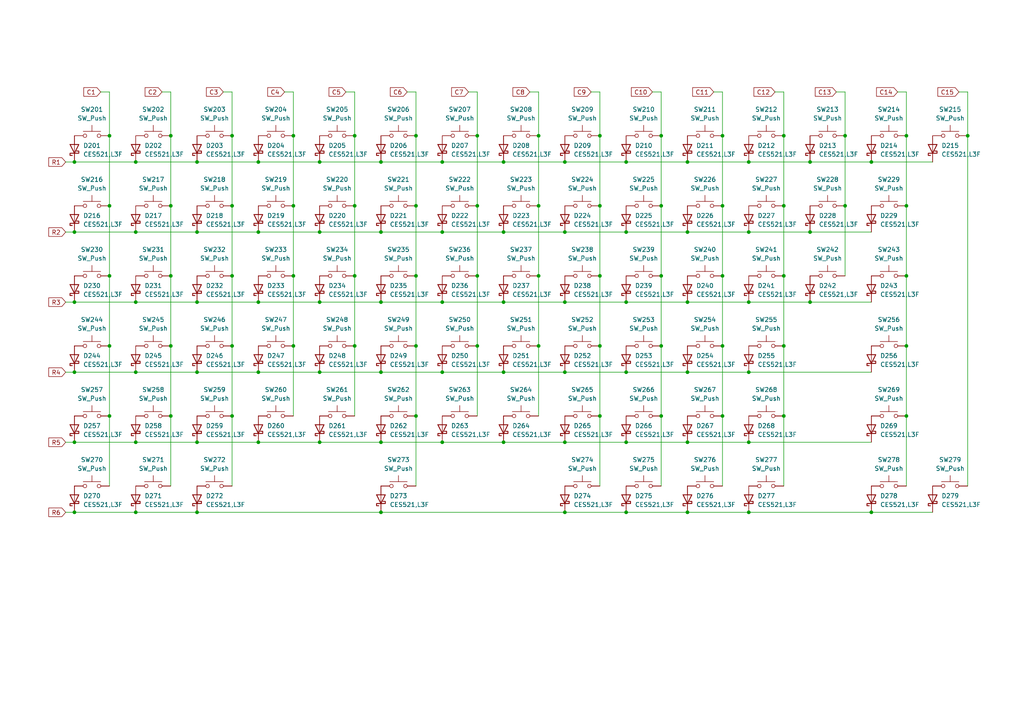
<source format=kicad_sch>
(kicad_sch (version 20231120) (generator "eeschema") (generator_version "8.0")
  (paper "A4")
  (title_block (title "DevKeyboard") (date "2024-07-13") (rev "1.0") (company "WM"))
  (junction (at 85.09 59.69))
  (junction (at 234.95 46.99))
  (junction (at 234.95 87.63))
  (junction (at 191.77 59.69))
  (junction (at 252.73 46.99))
  (junction (at 252.73 148.59))
  (junction (at 227.33 100.33))
  (junction (at 209.55 80.01))
  (junction (at 146.05 107.95))
  (junction (at 199.39 87.63))
  (junction (at 31.75 39.37))
  (junction (at 217.17 107.95))
  (junction (at 181.61 148.59))
  (junction (at 234.95 67.31))
  (junction (at 39.37 107.95))
  (junction (at 110.49 46.99))
  (junction (at 110.49 148.59))
  (junction (at 92.71 67.31))
  (junction (at 92.71 87.63))
  (junction (at 31.75 80.01))
  (junction (at 49.53 39.37))
  (junction (at 39.37 128.27))
  (junction (at 209.55 39.37))
  (junction (at 74.93 67.31))
  (junction (at 173.99 80.01))
  (junction (at 57.15 148.59))
  (junction (at 110.49 107.95))
  (junction (at 21.59 87.63))
  (junction (at 67.31 120.65))
  (junction (at 110.49 87.63))
  (junction (at 110.49 128.27))
  (junction (at 262.89 80.01))
  (junction (at 120.65 59.69))
  (junction (at 146.05 67.31))
  (junction (at 74.93 128.27))
  (junction (at 217.17 67.31))
  (junction (at 49.53 120.65))
  (junction (at 138.43 39.37))
  (junction (at 67.31 59.69))
  (junction (at 227.33 39.37))
  (junction (at 227.33 80.01))
  (junction (at 181.61 128.27))
  (junction (at 262.89 59.69))
  (junction (at 191.77 80.01))
  (junction (at 156.21 80.01))
  (junction (at 181.61 46.99))
  (junction (at 262.89 120.65))
  (junction (at 199.39 128.27))
  (junction (at 49.53 100.33))
  (junction (at 245.11 39.37))
  (junction (at 163.83 67.31))
  (junction (at 74.93 87.63))
  (junction (at 173.99 39.37))
  (junction (at 227.33 59.69))
  (junction (at 199.39 67.31))
  (junction (at 262.89 100.33))
  (junction (at 146.05 46.99))
  (junction (at 163.83 46.99))
  (junction (at 146.05 87.63))
  (junction (at 199.39 107.95))
  (junction (at 21.59 107.95))
  (junction (at 128.27 107.95))
  (junction (at 138.43 100.33))
  (junction (at 138.43 59.69))
  (junction (at 49.53 59.69))
  (junction (at 191.77 120.65))
  (junction (at 156.21 59.69))
  (junction (at 199.39 148.59))
  (junction (at 163.83 148.59))
  (junction (at 163.83 128.27))
  (junction (at 57.15 87.63))
  (junction (at 21.59 46.99))
  (junction (at 102.87 100.33))
  (junction (at 128.27 128.27))
  (junction (at 102.87 80.01))
  (junction (at 217.17 148.59))
  (junction (at 85.09 80.01))
  (junction (at 39.37 67.31))
  (junction (at 39.37 148.59))
  (junction (at 102.87 59.69))
  (junction (at 74.93 107.95))
  (junction (at 173.99 120.65))
  (junction (at 199.39 46.99))
  (junction (at 156.21 39.37))
  (junction (at 21.59 148.59))
  (junction (at 217.17 46.99))
  (junction (at 128.27 67.31))
  (junction (at 173.99 100.33))
  (junction (at 138.43 80.01))
  (junction (at 85.09 39.37))
  (junction (at 227.33 120.65))
  (junction (at 39.37 46.99))
  (junction (at 120.65 39.37))
  (junction (at 57.15 107.95))
  (junction (at 128.27 46.99))
  (junction (at 21.59 128.27))
  (junction (at 191.77 100.33))
  (junction (at 120.65 80.01))
  (junction (at 92.71 107.95))
  (junction (at 209.55 120.65))
  (junction (at 92.71 46.99))
  (junction (at 163.83 87.63))
  (junction (at 217.17 128.27))
  (junction (at 181.61 67.31))
  (junction (at 156.21 100.33))
  (junction (at 181.61 87.63))
  (junction (at 74.93 46.99))
  (junction (at 128.27 87.63))
  (junction (at 67.31 80.01))
  (junction (at 209.55 59.69))
  (junction (at 67.31 39.37))
  (junction (at 31.75 120.65))
  (junction (at 85.09 100.33))
  (junction (at 57.15 46.99))
  (junction (at 173.99 59.69))
  (junction (at 31.75 59.69))
  (junction (at 49.53 80.01))
  (junction (at 146.05 128.27))
  (junction (at 280.67 39.37))
  (junction (at 92.71 128.27))
  (junction (at 120.65 100.33))
  (junction (at 245.11 59.69))
  (junction (at 181.61 107.95))
  (junction (at 110.49 67.31))
  (junction (at 262.89 39.37))
  (junction (at 217.17 87.63))
  (junction (at 209.55 100.33))
  (junction (at 102.87 39.37))
  (junction (at 31.75 100.33))
  (junction (at 21.59 67.31))
  (junction (at 39.37 87.63))
  (junction (at 163.83 107.95))
  (junction (at 67.31 100.33))
  (junction (at 57.15 128.27))
  (junction (at 120.65 120.65))
  (junction (at 57.15 67.31))
  (junction (at 191.77 39.37))
  (wire (pts (xy 262.89 26.67) (xy 260.35 26.67)))
  (wire (pts (xy 262.89 39.37) (xy 262.89 59.69)))
  (wire (pts (xy 181.61 107.95) (xy 199.39 107.95)))
  (wire (pts (xy 39.37 46.99) (xy 57.15 46.99)))
  (wire (pts (xy 102.87 80.01) (xy 102.87 100.33)))
  (wire (pts (xy 110.49 46.99) (xy 128.27 46.99)))
  (wire (pts (xy 234.95 67.31) (xy 252.73 67.31)))
  (wire (pts (xy 227.33 39.37) (xy 227.33 59.69)))
  (wire (pts (xy 199.39 46.99) (xy 217.17 46.99)))
  (wire (pts (xy 31.75 26.67) (xy 29.21 26.67)))
  (wire (pts (xy 217.17 148.59) (xy 252.73 148.59)))
  (wire (pts (xy 217.17 87.63) (xy 234.95 87.63)))
  (wire (pts (xy 280.67 39.37) (xy 280.67 140.97)))
  (wire (pts (xy 227.33 26.67) (xy 227.33 39.37)))
  (wire (pts (xy 156.21 26.67) (xy 153.67 26.67)))
  (wire (pts (xy 252.73 148.59) (xy 270.51 148.59)))
  (wire (pts (xy 191.77 26.67) (xy 189.23 26.67)))
  (wire (pts (xy 173.99 39.37) (xy 173.99 59.69)))
  (wire (pts (xy 181.61 67.31) (xy 199.39 67.31)))
  (wire (pts (xy 138.43 59.69) (xy 138.43 80.01)))
  (wire (pts (xy 199.39 148.59) (xy 217.17 148.59)))
  (wire (pts (xy 199.39 67.31) (xy 217.17 67.31)))
  (wire (pts (xy 74.93 46.99) (xy 92.71 46.99)))
  (wire (pts (xy 110.49 87.63) (xy 128.27 87.63)))
  (wire (pts (xy 262.89 120.65) (xy 262.89 140.97)))
  (wire (pts (xy 110.49 107.95) (xy 128.27 107.95)))
  (wire (pts (xy 245.11 26.67) (xy 242.57 26.67)))
  (wire (pts (xy 163.83 46.99) (xy 181.61 46.99)))
  (wire (pts (xy 181.61 87.63) (xy 199.39 87.63)))
  (wire (pts (xy 57.15 46.99) (xy 74.93 46.99)))
  (wire (pts (xy 156.21 26.67) (xy 156.21 39.37)))
  (wire (pts (xy 217.17 67.31) (xy 234.95 67.31)))
  (wire (pts (xy 209.55 120.65) (xy 209.55 140.97)))
  (wire (pts (xy 173.99 80.01) (xy 173.99 100.33)))
  (wire (pts (xy 209.55 26.67) (xy 207.01 26.67)))
  (wire (pts (xy 120.65 26.67) (xy 118.11 26.67)))
  (wire (pts (xy 67.31 39.37) (xy 67.31 59.69)))
  (wire (pts (xy 191.77 120.65) (xy 191.77 140.97)))
  (wire (pts (xy 92.71 107.95) (xy 110.49 107.95)))
  (wire (pts (xy 163.83 128.27) (xy 181.61 128.27)))
  (wire (pts (xy 280.67 26.67) (xy 280.67 39.37)))
  (wire (pts (xy 234.95 87.63) (xy 252.73 87.63)))
  (wire (pts (xy 39.37 67.31) (xy 57.15 67.31)))
  (wire (pts (xy 67.31 26.67) (xy 67.31 39.37)))
  (wire (pts (xy 245.11 39.37) (xy 245.11 59.69)))
  (wire (pts (xy 57.15 128.27) (xy 74.93 128.27)))
  (wire (pts (xy 49.53 26.67) (xy 46.99 26.67)))
  (wire (pts (xy 67.31 26.67) (xy 64.77 26.67)))
  (wire (pts (xy 234.95 46.99) (xy 252.73 46.99)))
  (wire (pts (xy 31.75 59.69) (xy 31.75 80.01)))
  (wire (pts (xy 209.55 26.67) (xy 209.55 39.37)))
  (wire (pts (xy 181.61 46.99) (xy 199.39 46.99)))
  (wire (pts (xy 138.43 39.37) (xy 138.43 59.69)))
  (wire (pts (xy 102.87 26.67) (xy 102.87 39.37)))
  (wire (pts (xy 67.31 80.01) (xy 67.31 100.33)))
  (wire (pts (xy 85.09 26.67) (xy 85.09 39.37)))
  (wire (pts (xy 245.11 26.67) (xy 245.11 39.37)))
  (wire (pts (xy 278.13 26.67) (xy 280.67 26.67)))
  (wire (pts (xy 120.65 39.37) (xy 120.65 59.69)))
  (wire (pts (xy 19.05 46.99) (xy 21.59 46.99)))
  (wire (pts (xy 120.65 80.01) (xy 120.65 100.33)))
  (wire (pts (xy 138.43 26.67) (xy 135.89 26.67)))
  (wire (pts (xy 39.37 87.63) (xy 57.15 87.63)))
  (wire (pts (xy 173.99 59.69) (xy 173.99 80.01)))
  (wire (pts (xy 92.71 46.99) (xy 110.49 46.99)))
  (wire (pts (xy 146.05 87.63) (xy 163.83 87.63)))
  (wire (pts (xy 21.59 67.31) (xy 39.37 67.31)))
  (wire (pts (xy 120.65 59.69) (xy 120.65 80.01)))
  (wire (pts (xy 173.99 100.33) (xy 173.99 120.65)))
  (wire (pts (xy 49.53 100.33) (xy 49.53 120.65)))
  (wire (pts (xy 102.87 39.37) (xy 102.87 59.69)))
  (wire (pts (xy 39.37 148.59) (xy 57.15 148.59)))
  (wire (pts (xy 173.99 26.67) (xy 171.45 26.67)))
  (wire (pts (xy 57.15 148.59) (xy 110.49 148.59)))
  (wire (pts (xy 85.09 26.67) (xy 82.55 26.67)))
  (wire (pts (xy 128.27 128.27) (xy 146.05 128.27)))
  (wire (pts (xy 173.99 120.65) (xy 173.99 140.97)))
  (wire (pts (xy 74.93 107.95) (xy 92.71 107.95)))
  (wire (pts (xy 262.89 100.33) (xy 262.89 120.65)))
  (wire (pts (xy 57.15 107.95) (xy 74.93 107.95)))
  (wire (pts (xy 31.75 100.33) (xy 31.75 120.65)))
  (wire (pts (xy 173.99 26.67) (xy 173.99 39.37)))
  (wire (pts (xy 209.55 80.01) (xy 209.55 100.33)))
  (wire (pts (xy 262.89 80.01) (xy 262.89 100.33)))
  (wire (pts (xy 146.05 128.27) (xy 163.83 128.27)))
  (wire (pts (xy 85.09 80.01) (xy 85.09 100.33)))
  (wire (pts (xy 128.27 67.31) (xy 146.05 67.31)))
  (wire (pts (xy 74.93 87.63) (xy 92.71 87.63)))
  (wire (pts (xy 92.71 67.31) (xy 110.49 67.31)))
  (wire (pts (xy 39.37 107.95) (xy 57.15 107.95)))
  (wire (pts (xy 128.27 107.95) (xy 146.05 107.95)))
  (wire (pts (xy 102.87 100.33) (xy 102.87 120.65)))
  (wire (pts (xy 110.49 67.31) (xy 128.27 67.31)))
  (wire (pts (xy 57.15 87.63) (xy 74.93 87.63)))
  (wire (pts (xy 21.59 148.59) (xy 39.37 148.59)))
  (wire (pts (xy 227.33 26.67) (xy 224.79 26.67)))
  (wire (pts (xy 31.75 80.01) (xy 31.75 100.33)))
  (wire (pts (xy 227.33 80.01) (xy 227.33 100.33)))
  (wire (pts (xy 156.21 100.33) (xy 156.21 120.65)))
  (wire (pts (xy 163.83 107.95) (xy 181.61 107.95)))
  (wire (pts (xy 262.89 59.69) (xy 262.89 80.01)))
  (wire (pts (xy 110.49 148.59) (xy 163.83 148.59)))
  (wire (pts (xy 191.77 59.69) (xy 191.77 80.01)))
  (wire (pts (xy 21.59 107.95) (xy 39.37 107.95)))
  (wire (pts (xy 21.59 46.99) (xy 39.37 46.99)))
  (wire (pts (xy 217.17 128.27) (xy 252.73 128.27)))
  (wire (pts (xy 199.39 87.63) (xy 217.17 87.63)))
  (wire (pts (xy 191.77 100.33) (xy 191.77 120.65)))
  (wire (pts (xy 199.39 107.95) (xy 217.17 107.95)))
  (wire (pts (xy 146.05 46.99) (xy 163.83 46.99)))
  (wire (pts (xy 110.49 128.27) (xy 128.27 128.27)))
  (wire (pts (xy 227.33 59.69) (xy 227.33 80.01)))
  (wire (pts (xy 163.83 148.59) (xy 181.61 148.59)))
  (wire (pts (xy 138.43 26.67) (xy 138.43 39.37)))
  (wire (pts (xy 74.93 67.31) (xy 92.71 67.31)))
  (wire (pts (xy 191.77 80.01) (xy 191.77 100.33)))
  (wire (pts (xy 217.17 107.95) (xy 252.73 107.95)))
  (wire (pts (xy 85.09 100.33) (xy 85.09 120.65)))
  (wire (pts (xy 31.75 39.37) (xy 31.75 59.69)))
  (wire (pts (xy 245.11 59.69) (xy 245.11 80.01)))
  (wire (pts (xy 102.87 26.67) (xy 100.33 26.67)))
  (wire (pts (xy 57.15 67.31) (xy 74.93 67.31)))
  (wire (pts (xy 21.59 128.27) (xy 39.37 128.27)))
  (wire (pts (xy 146.05 107.95) (xy 163.83 107.95)))
  (wire (pts (xy 21.59 87.63) (xy 39.37 87.63)))
  (wire (pts (xy 49.53 39.37) (xy 49.53 59.69)))
  (wire (pts (xy 92.71 87.63) (xy 110.49 87.63)))
  (wire (pts (xy 85.09 59.69) (xy 85.09 80.01)))
  (wire (pts (xy 74.93 128.27) (xy 92.71 128.27)))
  (wire (pts (xy 191.77 26.67) (xy 191.77 39.37)))
  (wire (pts (xy 209.55 39.37) (xy 209.55 59.69)))
  (wire (pts (xy 120.65 100.33) (xy 120.65 120.65)))
  (wire (pts (xy 19.05 148.59) (xy 21.59 148.59)))
  (wire (pts (xy 252.73 46.99) (xy 270.51 46.99)))
  (wire (pts (xy 19.05 87.63) (xy 21.59 87.63)))
  (wire (pts (xy 49.53 80.01) (xy 49.53 100.33)))
  (wire (pts (xy 181.61 128.27) (xy 199.39 128.27)))
  (wire (pts (xy 227.33 100.33) (xy 227.33 120.65)))
  (wire (pts (xy 49.53 59.69) (xy 49.53 80.01)))
  (wire (pts (xy 120.65 26.67) (xy 120.65 39.37)))
  (wire (pts (xy 138.43 80.01) (xy 138.43 100.33)))
  (wire (pts (xy 163.83 67.31) (xy 181.61 67.31)))
  (wire (pts (xy 19.05 107.95) (xy 21.59 107.95)))
  (wire (pts (xy 146.05 67.31) (xy 163.83 67.31)))
  (wire (pts (xy 31.75 120.65) (xy 31.75 140.97)))
  (wire (pts (xy 262.89 26.67) (xy 262.89 39.37)))
  (wire (pts (xy 39.37 128.27) (xy 57.15 128.27)))
  (wire (pts (xy 31.75 26.67) (xy 31.75 39.37)))
  (wire (pts (xy 67.31 120.65) (xy 67.31 140.97)))
  (wire (pts (xy 156.21 39.37) (xy 156.21 59.69)))
  (wire (pts (xy 120.65 120.65) (xy 120.65 140.97)))
  (wire (pts (xy 156.21 80.01) (xy 156.21 100.33)))
  (wire (pts (xy 67.31 59.69) (xy 67.31 80.01)))
  (wire (pts (xy 199.39 128.27) (xy 217.17 128.27)))
  (wire (pts (xy 49.53 26.67) (xy 49.53 39.37)))
  (wire (pts (xy 19.05 67.31) (xy 21.59 67.31)))
  (wire (pts (xy 163.83 87.63) (xy 181.61 87.63)))
  (wire (pts (xy 49.53 120.65) (xy 49.53 140.97)))
  (wire (pts (xy 85.09 39.37) (xy 85.09 59.69)))
  (wire (pts (xy 217.17 46.99) (xy 234.95 46.99)))
  (wire (pts (xy 209.55 100.33) (xy 209.55 120.65)))
  (wire (pts (xy 128.27 46.99) (xy 146.05 46.99)))
  (wire (pts (xy 67.31 100.33) (xy 67.31 120.65)))
  (wire (pts (xy 156.21 59.69) (xy 156.21 80.01)))
  (wire (pts (xy 102.87 59.69) (xy 102.87 80.01)))
  (wire (pts (xy 128.27 87.63) (xy 146.05 87.63)))
  (wire (pts (xy 181.61 148.59) (xy 199.39 148.59)))
  (wire (pts (xy 227.33 120.65) (xy 227.33 140.97)))
  (wire (pts (xy 138.43 100.33) (xy 138.43 120.65)))
  (wire (pts (xy 92.71 128.27) (xy 110.49 128.27)))
  (wire (pts (xy 191.77 39.37) (xy 191.77 59.69)))
  (wire (pts (xy 209.55 59.69) (xy 209.55 80.01)))
  (wire (pts (xy 19.05 128.27) (xy 21.59 128.27)))
  (global_label "C5" (shape input) (at 100.33 26.67 180) (property "Intersheetrefs" "${INTERSHEET_REFS}" (effects (hide yes))))
  (global_label "C9" (shape input) (at 171.45 26.67 180) (property "Intersheetrefs" "${INTERSHEET_REFS}" (effects (hide yes))))
  (global_label "C2" (shape input) (at 46.99 26.67 180) (property "Intersheetrefs" "${INTERSHEET_REFS}" (effects (hide yes))))
  (global_label "R1" (shape input) (at 19.05 46.99 180) (property "Intersheetrefs" "${INTERSHEET_REFS}" (effects (hide yes))))
  (global_label "C3" (shape input) (at 64.77 26.67 180) (property "Intersheetrefs" "${INTERSHEET_REFS}" (effects (hide yes))))
  (global_label "C10" (shape input) (at 189.23 26.67 180) (property "Intersheetrefs" "${INTERSHEET_REFS}" (effects (hide yes))))
  (global_label "C7" (shape input) (at 135.89 26.67 180) (property "Intersheetrefs" "${INTERSHEET_REFS}" (effects (hide yes))))
  (global_label "R4" (shape input) (at 19.05 107.95 180) (property "Intersheetrefs" "${INTERSHEET_REFS}" (effects (hide yes))))
  (global_label "C6" (shape input) (at 118.11 26.67 180) (property "Intersheetrefs" "${INTERSHEET_REFS}" (effects (hide yes))))
  (global_label "C8" (shape input) (at 153.67 26.67 180) (property "Intersheetrefs" "${INTERSHEET_REFS}" (effects (hide yes))))
  (global_label "C12" (shape input) (at 224.79 26.67 180) (property "Intersheetrefs" "${INTERSHEET_REFS}" (effects (hide yes))))
  (global_label "C15" (shape input) (at 278.13 26.67 180) (property "Intersheetrefs" "${INTERSHEET_REFS}" (effects (hide yes))))
  (global_label "C14" (shape input) (at 260.35 26.67 180) (property "Intersheetrefs" "${INTERSHEET_REFS}" (effects (hide yes))))
  (global_label "C11" (shape input) (at 207.01 26.67 180) (property "Intersheetrefs" "${INTERSHEET_REFS}" (effects (hide yes))))
  (global_label "R6" (shape input) (at 19.05 148.59 180) (property "Intersheetrefs" "${INTERSHEET_REFS}" (effects (hide yes))))
  (global_label "R3" (shape input) (at 19.05 87.63 180) (property "Intersheetrefs" "${INTERSHEET_REFS}" (effects (hide yes))))
  (global_label "C1" (shape input) (at 29.21 26.67 180) (property "Intersheetrefs" "${INTERSHEET_REFS}" (effects (hide yes))))
  (global_label "R2" (shape input) (at 19.05 67.31 180) (property "Intersheetrefs" "${INTERSHEET_REFS}" (effects (hide yes))))
  (global_label "C13" (shape input) (at 242.57 26.67 180) (property "Intersheetrefs" "${INTERSHEET_REFS}" (effects (hide yes))))
  (global_label "R5" (shape input) (at 19.05 128.27 180) (property "Intersheetrefs" "${INTERSHEET_REFS}" (effects (hide yes))))
  (global_label "C4" (shape input) (at 82.55 26.67 180) (property "Intersheetrefs" "${INTERSHEET_REFS}" (effects (hide yes))))
  (symbol (lib_id "Device:D_Schottky") (at 110.49 124.46 90) (unit 1)
    (property "Reference" "D262" (at 113.03 123.5074 90) (effects (justify right)))
    (property "Value" "CES521,L3F" (at 113.03 126.0474 90) (effects (justify right)))
    (property "Footprint" "Diode_SMD:D_SOD-523" (effects (hide yes)))
    (property "Description" "Schottky diode" (effects (hide yes)))
    (property "Mouser" "https://www.mouser.pl/ProductDetail/Toshiba/CES521L3F?qs=%252B8yZ8wZTKG4XxrwXbkAgcg%3D%3D" (effects (hide yes)))
  )
  (symbol (lib_id "Switch:SW_Push") (at 204.47 59.69 0) (unit 1)
    (property "Reference" "SW226" (at 204.47 52.07 0))
    (property "Value" "SW_Push" (at 204.47 54.61 0))
    (property "Footprint" "PCM_Switch_Keyboard_Hotswap_Kailh:SW_Hotswap_Kailh_MX_1.00u" (effects (hide yes)))
    (property "Description" "Push button switch, generic, two pins" (effects (hide yes)))
  )
  (symbol (lib_id "Switch:SW_Push") (at 133.35 120.65 0) (unit 1)
    (property "Reference" "SW263" (at 133.35 113.03 0))
    (property "Value" "SW_Push" (at 133.35 115.57 0))
    (property "Footprint" "PCM_Switch_Keyboard_Hotswap_Kailh:SW_Hotswap_Kailh_MX_1.00u" (effects (hide yes)))
    (property "Description" "Push button switch, generic, two pins" (effects (hide yes)))
  )
  (symbol (lib_id "Device:D_Schottky") (at 92.71 124.46 90) (unit 1)
    (property "Reference" "D261" (at 95.25 123.5074 90) (effects (justify right)))
    (property "Value" "CES521,L3F" (at 95.25 126.0474 90) (effects (justify right)))
    (property "Footprint" "Diode_SMD:D_SOD-523" (effects (hide yes)))
    (property "Description" "Schottky diode" (effects (hide yes)))
    (property "Mouser" "https://www.mouser.pl/ProductDetail/Toshiba/CES521L3F?qs=%252B8yZ8wZTKG4XxrwXbkAgcg%3D%3D" (effects (hide yes)))
  )
  (symbol (lib_id "Switch:SW_Push") (at 26.67 100.33 0) (unit 1)
    (property "Reference" "SW244" (at 26.67 92.71 0))
    (property "Value" "SW_Push" (at 26.67 95.25 0))
    (property "Footprint" "PCM_Switch_Keyboard_Hotswap_Kailh:SW_Hotswap_Kailh_MX_1.75u" (effects (hide yes)))
    (property "Description" "Push button switch, generic, two pins" (effects (hide yes)))
  )
  (symbol (lib_id "Switch:SW_Push") (at 80.01 39.37 0) (unit 1)
    (property "Reference" "SW204" (at 80.01 31.75 0))
    (property "Value" "SW_Push" (at 80.01 34.29 0))
    (property "Footprint" "PCM_Switch_Keyboard_Hotswap_Kailh:SW_Hotswap_Kailh_MX_1.00u" (effects (hide yes)))
    (property "Description" "Push button switch, generic, two pins" (effects (hide yes)))
  )
  (symbol (lib_id "Device:D_Schottky") (at 163.83 43.18 90) (unit 1)
    (property "Reference" "D209" (at 166.37 42.2274 90) (effects (justify right)))
    (property "Value" "CES521,L3F" (at 166.37 44.7674 90) (effects (justify right)))
    (property "Footprint" "Diode_SMD:D_SOD-523" (effects (hide yes)))
    (property "Description" "Schottky diode" (effects (hide yes)))
    (property "Mouser" "https://www.mouser.pl/ProductDetail/Toshiba/CES521L3F?qs=%252B8yZ8wZTKG4XxrwXbkAgcg%3D%3D" (effects (hide yes)))
  )
  (symbol (lib_id "Switch:SW_Push") (at 97.79 59.69 0) (unit 1)
    (property "Reference" "SW220" (at 97.79 52.07 0))
    (property "Value" "SW_Push" (at 97.79 54.61 0))
    (property "Footprint" "PCM_Switch_Keyboard_Hotswap_Kailh:SW_Hotswap_Kailh_MX_1.00u" (effects (hide yes)))
    (property "Description" "Push button switch, generic, two pins" (effects (hide yes)))
  )
  (symbol (lib_id "Switch:SW_Push") (at 115.57 120.65 0) (unit 1)
    (property "Reference" "SW262" (at 115.57 113.03 0))
    (property "Value" "SW_Push" (at 115.57 115.57 0))
    (property "Footprint" "PCM_Switch_Keyboard_Hotswap_Kailh:SW_Hotswap_Kailh_MX_1.00u" (effects (hide yes)))
    (property "Description" "Push button switch, generic, two pins" (effects (hide yes)))
  )
  (symbol (lib_id "Device:D_Schottky") (at 252.73 104.14 90) (unit 1)
    (property "Reference" "D256" (at 255.27 103.1874 90) (effects (justify right)))
    (property "Value" "CES521,L3F" (at 255.27 105.7274 90) (effects (justify right)))
    (property "Footprint" "Diode_SMD:D_SOD-523" (effects (hide yes)))
    (property "Description" "Schottky diode" (effects (hide yes)))
    (property "Mouser" "https://www.mouser.pl/ProductDetail/Toshiba/CES521L3F?qs=%252B8yZ8wZTKG4XxrwXbkAgcg%3D%3D" (effects (hide yes)))
  )
  (symbol (lib_id "Switch:SW_Push") (at 186.69 59.69 0) (unit 1)
    (property "Reference" "SW225" (at 186.69 52.07 0))
    (property "Value" "SW_Push" (at 186.69 54.61 0))
    (property "Footprint" "PCM_Switch_Keyboard_Hotswap_Kailh:SW_Hotswap_Kailh_MX_1.00u" (effects (hide yes)))
    (property "Description" "Push button switch, generic, two pins" (effects (hide yes)))
  )
  (symbol (lib_id "Device:D_Schottky") (at 92.71 83.82 90) (unit 1)
    (property "Reference" "D234" (at 95.25 82.8674 90) (effects (justify right)))
    (property "Value" "CES521,L3F" (at 95.25 85.4074 90) (effects (justify right)))
    (property "Footprint" "Diode_SMD:D_SOD-523" (effects (hide yes)))
    (property "Description" "Schottky diode" (effects (hide yes)))
    (property "Mouser" "https://www.mouser.pl/ProductDetail/Toshiba/CES521L3F?qs=%252B8yZ8wZTKG4XxrwXbkAgcg%3D%3D" (effects (hide yes)))
  )
  (symbol (lib_id "Device:D_Schottky") (at 199.39 83.82 90) (unit 1)
    (property "Reference" "D240" (at 201.93 82.8674 90) (effects (justify right)))
    (property "Value" "CES521,L3F" (at 201.93 85.4074 90) (effects (justify right)))
    (property "Footprint" "Diode_SMD:D_SOD-523" (effects (hide yes)))
    (property "Description" "Schottky diode" (effects (hide yes)))
    (property "Mouser" "https://www.mouser.pl/ProductDetail/Toshiba/CES521L3F?qs=%252B8yZ8wZTKG4XxrwXbkAgcg%3D%3D" (effects (hide yes)))
  )
  (symbol (lib_id "Switch:SW_Push") (at 26.67 140.97 0) (unit 1)
    (property "Reference" "SW270" (at 26.67 133.35 0))
    (property "Value" "SW_Push" (at 26.67 135.89 0))
    (property "Footprint" "PCM_Switch_Keyboard_Hotswap_Kailh:SW_Hotswap_Kailh_MX_1.25u" (effects (hide yes)))
    (property "Description" "Push button switch, generic, two pins" (effects (hide yes)))
  )
  (symbol (lib_id "Device:D_Schottky") (at 217.17 43.18 90) (unit 1)
    (property "Reference" "D212" (at 219.71 42.2274 90) (effects (justify right)))
    (property "Value" "CES521,L3F" (at 219.71 44.7674 90) (effects (justify right)))
    (property "Footprint" "Diode_SMD:D_SOD-523" (effects (hide yes)))
    (property "Description" "Schottky diode" (effects (hide yes)))
    (property "Mouser" "https://www.mouser.pl/ProductDetail/Toshiba/CES521L3F?qs=%252B8yZ8wZTKG4XxrwXbkAgcg%3D%3D" (effects (hide yes)))
  )
  (symbol (lib_id "Switch:SW_Push") (at 257.81 80.01 0) (unit 1)
    (property "Reference" "SW243" (at 257.81 72.39 0))
    (property "Value" "SW_Push" (at 257.81 74.93 0))
    (property "Footprint" "PCM_Switch_Keyboard_Hotswap_Kailh:SW_Hotswap_Kailh_MX_1.50u" (effects (hide yes)))
    (property "Description" "Push button switch, generic, two pins" (effects (hide yes)))
  )
  (symbol (lib_id "Switch:SW_Push") (at 97.79 100.33 0) (unit 1)
    (property "Reference" "SW248" (at 97.79 92.71 0))
    (property "Value" "SW_Push" (at 97.79 95.25 0))
    (property "Footprint" "PCM_Switch_Keyboard_Hotswap_Kailh:SW_Hotswap_Kailh_MX_1.00u" (effects (hide yes)))
    (property "Description" "Push button switch, generic, two pins" (effects (hide yes)))
  )
  (symbol (lib_id "Switch:SW_Push") (at 97.79 120.65 0) (unit 1)
    (property "Reference" "SW261" (at 97.79 113.03 0))
    (property "Value" "SW_Push" (at 97.79 115.57 0))
    (property "Footprint" "PCM_Switch_Keyboard_Hotswap_Kailh:SW_Hotswap_Kailh_MX_1.00u" (effects (hide yes)))
    (property "Description" "Push button switch, generic, two pins" (effects (hide yes)))
  )
  (symbol (lib_id "Device:D_Schottky") (at 92.71 104.14 90) (unit 1)
    (property "Reference" "D248" (at 95.25 103.1874 90) (effects (justify right)))
    (property "Value" "CES521,L3F" (at 95.25 105.7274 90) (effects (justify right)))
    (property "Footprint" "Diode_SMD:D_SOD-523" (effects (hide yes)))
    (property "Description" "Schottky diode" (effects (hide yes)))
    (property "Mouser" "https://www.mouser.pl/ProductDetail/Toshiba/CES521L3F?qs=%252B8yZ8wZTKG4XxrwXbkAgcg%3D%3D" (effects (hide yes)))
  )
  (symbol (lib_id "Switch:SW_Push") (at 186.69 100.33 0) (unit 1)
    (property "Reference" "SW253" (at 186.69 92.71 0))
    (property "Value" "SW_Push" (at 186.69 95.25 0))
    (property "Footprint" "PCM_Switch_Keyboard_Hotswap_Kailh:SW_Hotswap_Kailh_MX_1.00u" (effects (hide yes)))
    (property "Description" "Push button switch, generic, two pins" (effects (hide yes)))
  )
  (symbol (lib_id "Switch:SW_Push") (at 186.69 120.65 0) (unit 1)
    (property "Reference" "SW266" (at 186.69 113.03 0))
    (property "Value" "SW_Push" (at 186.69 115.57 0))
    (property "Footprint" "PCM_Switch_Keyboard_Hotswap_Kailh:SW_Hotswap_Kailh_MX_1.00u" (effects (hide yes)))
    (property "Description" "Push button switch, generic, two pins" (effects (hide yes)))
  )
  (symbol (lib_id "Switch:SW_Push") (at 204.47 100.33 0) (unit 1)
    (property "Reference" "SW254" (at 204.47 92.71 0))
    (property "Value" "SW_Push" (at 204.47 95.25 0))
    (property "Footprint" "PCM_Switch_Keyboard_Hotswap_Kailh:SW_Hotswap_Kailh_MX_1.00u" (effects (hide yes)))
    (property "Description" "Push button switch, generic, two pins" (effects (hide yes)))
  )
  (symbol (lib_id "Device:D_Schottky") (at 74.93 104.14 90) (unit 1)
    (property "Reference" "D247" (at 77.47 103.1874 90) (effects (justify right)))
    (property "Value" "CES521,L3F" (at 77.47 105.7274 90) (effects (justify right)))
    (property "Footprint" "Diode_SMD:D_SOD-523" (effects (hide yes)))
    (property "Description" "Schottky diode" (effects (hide yes)))
    (property "Mouser" "https://www.mouser.pl/ProductDetail/Toshiba/CES521L3F?qs=%252B8yZ8wZTKG4XxrwXbkAgcg%3D%3D" (effects (hide yes)))
  )
  (symbol (lib_id "Switch:SW_Push") (at 133.35 80.01 0) (unit 1)
    (property "Reference" "SW236" (at 133.35 72.39 0))
    (property "Value" "SW_Push" (at 133.35 74.93 0))
    (property "Footprint" "PCM_Switch_Keyboard_Hotswap_Kailh:SW_Hotswap_Kailh_MX_1.00u" (effects (hide yes)))
    (property "Description" "Push button switch, generic, two pins" (effects (hide yes)))
  )
  (symbol (lib_id "Switch:SW_Push") (at 115.57 80.01 0) (unit 1)
    (property "Reference" "SW235" (at 115.57 72.39 0))
    (property "Value" "SW_Push" (at 115.57 74.93 0))
    (property "Footprint" "PCM_Switch_Keyboard_Hotswap_Kailh:SW_Hotswap_Kailh_MX_1.00u" (effects (hide yes)))
    (property "Description" "Push button switch, generic, two pins" (effects (hide yes)))
  )
  (symbol (lib_id "Switch:SW_Push") (at 26.67 120.65 0) (unit 1)
    (property "Reference" "SW257" (at 26.67 113.03 0))
    (property "Value" "SW_Push" (at 26.67 115.57 0))
    (property "Footprint" "PCM_Switch_Keyboard_Hotswap_Kailh:SW_Hotswap_Kailh_MX_2.25u" (effects (hide yes)))
    (property "Description" "Push button switch, generic, two pins" (effects (hide yes)))
  )
  (symbol (lib_id "Device:D_Schottky") (at 39.37 63.5 90) (unit 1)
    (property "Reference" "D217" (at 41.91 62.5474 90) (effects (justify right)))
    (property "Value" "CES521,L3F" (at 41.91 65.0874 90) (effects (justify right)))
    (property "Footprint" "Diode_SMD:D_SOD-523" (effects (hide yes)))
    (property "Description" "Schottky diode" (effects (hide yes)))
    (property "Mouser" "https://www.mouser.pl/ProductDetail/Toshiba/CES521L3F?qs=%252B8yZ8wZTKG4XxrwXbkAgcg%3D%3D" (effects (hide yes)))
  )
  (symbol (lib_id "Device:D_Schottky") (at 39.37 104.14 90) (unit 1)
    (property "Reference" "D245" (at 41.91 103.1874 90) (effects (justify right)))
    (property "Value" "CES521,L3F" (at 41.91 105.7274 90) (effects (justify right)))
    (property "Footprint" "Diode_SMD:D_SOD-523" (effects (hide yes)))
    (property "Description" "Schottky diode" (effects (hide yes)))
    (property "Mouser" "https://www.mouser.pl/ProductDetail/Toshiba/CES521L3F?qs=%252B8yZ8wZTKG4XxrwXbkAgcg%3D%3D" (effects (hide yes)))
  )
  (symbol (lib_id "Device:D_Schottky") (at 21.59 144.78 90) (unit 1)
    (property "Reference" "D270" (at 24.13 143.8274 90) (effects (justify right)))
    (property "Value" "CES521,L3F" (at 24.13 146.3674 90) (effects (justify right)))
    (property "Footprint" "Diode_SMD:D_SOD-523" (effects (hide yes)))
    (property "Description" "Schottky diode" (effects (hide yes)))
    (property "Mouser" "https://www.mouser.pl/ProductDetail/Toshiba/CES521L3F?qs=%252B8yZ8wZTKG4XxrwXbkAgcg%3D%3D" (effects (hide yes)))
  )
  (symbol (lib_id "Device:D_Schottky") (at 39.37 124.46 90) (unit 1)
    (property "Reference" "D258" (at 41.91 123.5074 90) (effects (justify right)))
    (property "Value" "CES521,L3F" (at 41.91 126.0474 90) (effects (justify right)))
    (property "Footprint" "Diode_SMD:D_SOD-523" (effects (hide yes)))
    (property "Description" "Schottky diode" (effects (hide yes)))
    (property "Mouser" "https://www.mouser.pl/ProductDetail/Toshiba/CES521L3F?qs=%252B8yZ8wZTKG4XxrwXbkAgcg%3D%3D" (effects (hide yes)))
  )
  (symbol (lib_id "Device:D_Schottky") (at 252.73 144.78 90) (unit 1)
    (property "Reference" "D278" (at 255.27 143.8274 90) (effects (justify right)))
    (property "Value" "CES521,L3F" (at 255.27 146.3674 90) (effects (justify right)))
    (property "Footprint" "Diode_SMD:D_SOD-523" (effects (hide yes)))
    (property "Description" "Schottky diode" (effects (hide yes)))
    (property "Mouser" "https://www.mouser.pl/ProductDetail/Toshiba/CES521L3F?qs=%252B8yZ8wZTKG4XxrwXbkAgcg%3D%3D" (effects (hide yes)))
  )
  (symbol (lib_id "Device:D_Schottky") (at 163.83 63.5 90) (unit 1)
    (property "Reference" "D224" (at 166.37 62.5474 90) (effects (justify right)))
    (property "Value" "CES521,L3F" (at 166.37 65.0874 90) (effects (justify right)))
    (property "Footprint" "Diode_SMD:D_SOD-523" (effects (hide yes)))
    (property "Description" "Schottky diode" (effects (hide yes)))
    (property "Mouser" "https://www.mouser.pl/ProductDetail/Toshiba/CES521L3F?qs=%252B8yZ8wZTKG4XxrwXbkAgcg%3D%3D" (effects (hide yes)))
  )
  (symbol (lib_id "Device:D_Schottky") (at 181.61 63.5 90) (unit 1)
    (property "Reference" "D225" (at 184.15 62.5474 90) (effects (justify right)))
    (property "Value" "CES521,L3F" (at 184.15 65.0874 90) (effects (justify right)))
    (property "Footprint" "Diode_SMD:D_SOD-523" (effects (hide yes)))
    (property "Description" "Schottky diode" (effects (hide yes)))
    (property "Mouser" "https://www.mouser.pl/ProductDetail/Toshiba/CES521L3F?qs=%252B8yZ8wZTKG4XxrwXbkAgcg%3D%3D" (effects (hide yes)))
  )
  (symbol (lib_id "Device:D_Schottky") (at 163.83 124.46 90) (unit 1)
    (property "Reference" "D265" (at 166.37 123.5074 90) (effects (justify right)))
    (property "Value" "CES521,L3F" (at 166.37 126.0474 90) (effects (justify right)))
    (property "Footprint" "Diode_SMD:D_SOD-523" (effects (hide yes)))
    (property "Description" "Schottky diode" (effects (hide yes)))
    (property "Mouser" "https://www.mouser.pl/ProductDetail/Toshiba/CES521L3F?qs=%252B8yZ8wZTKG4XxrwXbkAgcg%3D%3D" (effects (hide yes)))
  )
  (symbol (lib_id "Switch:SW_Push") (at 115.57 140.97 0) (unit 1)
    (property "Reference" "SW273" (at 115.57 133.35 0))
    (property "Value" "SW_Push" (at 115.57 135.89 0))
    (property "Footprint" "PCM_Switch_Keyboard_Hotswap_Kailh:SW_Hotswap_Kailh_MX_6.00u" (effects (hide yes)))
    (property "Description" "Push button switch, generic, two pins" (effects (hide yes)))
  )
  (symbol (lib_id "Switch:SW_Push") (at 133.35 59.69 0) (unit 1)
    (property "Reference" "SW222" (at 133.35 52.07 0))
    (property "Value" "SW_Push" (at 133.35 54.61 0))
    (property "Footprint" "PCM_Switch_Keyboard_Hotswap_Kailh:SW_Hotswap_Kailh_MX_1.00u" (effects (hide yes)))
    (property "Description" "Push button switch, generic, two pins" (effects (hide yes)))
  )
  (symbol (lib_id "Switch:SW_Push") (at 62.23 59.69 0) (unit 1)
    (property "Reference" "SW218" (at 62.23 52.07 0))
    (property "Value" "SW_Push" (at 62.23 54.61 0))
    (property "Footprint" "PCM_Switch_Keyboard_Hotswap_Kailh:SW_Hotswap_Kailh_MX_1.00u" (effects (hide yes)))
    (property "Description" "Push button switch, generic, two pins" (effects (hide yes)))
  )
  (symbol (lib_id "Device:D_Schottky") (at 146.05 83.82 90) (unit 1)
    (property "Reference" "D237" (at 148.59 82.8674 90) (effects (justify right)))
    (property "Value" "CES521,L3F" (at 148.59 85.4074 90) (effects (justify right)))
    (property "Footprint" "Diode_SMD:D_SOD-523" (effects (hide yes)))
    (property "Description" "Schottky diode" (effects (hide yes)))
    (property "Mouser" "https://www.mouser.pl/ProductDetail/Toshiba/CES521L3F?qs=%252B8yZ8wZTKG4XxrwXbkAgcg%3D%3D" (effects (hide yes)))
  )
  (symbol (lib_id "Device:D_Schottky") (at 57.15 83.82 90) (unit 1)
    (property "Reference" "D232" (at 59.69 82.8674 90) (effects (justify right)))
    (property "Value" "CES521,L3F" (at 59.69 85.4074 90) (effects (justify right)))
    (property "Footprint" "Diode_SMD:D_SOD-523" (effects (hide yes)))
    (property "Description" "Schottky diode" (effects (hide yes)))
    (property "Mouser" "https://www.mouser.pl/ProductDetail/Toshiba/CES521L3F?qs=%252B8yZ8wZTKG4XxrwXbkAgcg%3D%3D" (effects (hide yes)))
  )
  (symbol (lib_id "Switch:SW_Push") (at 62.23 120.65 0) (unit 1)
    (property "Reference" "SW259" (at 62.23 113.03 0))
    (property "Value" "SW_Push" (at 62.23 115.57 0))
    (property "Footprint" "PCM_Switch_Keyboard_Hotswap_Kailh:SW_Hotswap_Kailh_MX_1.00u" (effects (hide yes)))
    (property "Description" "Push button switch, generic, two pins" (effects (hide yes)))
  )
  (symbol (lib_id "Device:D_Schottky") (at 217.17 83.82 90) (unit 1)
    (property "Reference" "D241" (at 219.71 82.8674 90) (effects (justify right)))
    (property "Value" "CES521,L3F" (at 219.71 85.4074 90) (effects (justify right)))
    (property "Footprint" "Diode_SMD:D_SOD-523" (effects (hide yes)))
    (property "Description" "Schottky diode" (effects (hide yes)))
    (property "Mouser" "https://www.mouser.pl/ProductDetail/Toshiba/CES521L3F?qs=%252B8yZ8wZTKG4XxrwXbkAgcg%3D%3D" (effects (hide yes)))
  )
  (symbol (lib_id "Switch:SW_Push") (at 222.25 59.69 0) (unit 1)
    (property "Reference" "SW227" (at 222.25 52.07 0))
    (property "Value" "SW_Push" (at 222.25 54.61 0))
    (property "Footprint" "PCM_Switch_Keyboard_Hotswap_Kailh:SW_Hotswap_Kailh_MX_1.00u" (effects (hide yes)))
    (property "Description" "Push button switch, generic, two pins" (effects (hide yes)))
  )
  (symbol (lib_id "Switch:SW_Push") (at 240.03 80.01 0) (unit 1)
    (property "Reference" "SW242" (at 240.03 72.39 0))
    (property "Value" "SW_Push" (at 240.03 74.93 0))
    (property "Footprint" "PCM_Switch_Keyboard_Hotswap_Kailh:SW_Hotswap_Kailh_MX_1.00u" (effects (hide yes)))
    (property "Description" "Push button switch, generic, two pins" (effects (hide yes)))
  )
  (symbol (lib_id "Switch:SW_Push") (at 44.45 39.37 0) (unit 1)
    (property "Reference" "SW202" (at 44.45 31.75 0))
    (property "Value" "SW_Push" (at 44.45 34.29 0))
    (property "Footprint" "PCM_Switch_Keyboard_Hotswap_Kailh:SW_Hotswap_Kailh_MX_1.00u" (effects (hide yes)))
    (property "Description" "Push button switch, generic, two pins" (effects (hide yes)))
  )
  (symbol (lib_id "Device:D_Schottky") (at 146.05 104.14 90) (unit 1)
    (property "Reference" "D251" (at 148.59 103.1874 90) (effects (justify right)))
    (property "Value" "CES521,L3F" (at 148.59 105.7274 90) (effects (justify right)))
    (property "Footprint" "Diode_SMD:D_SOD-523" (effects (hide yes)))
    (property "Description" "Schottky diode" (effects (hide yes)))
    (property "Mouser" "https://www.mouser.pl/ProductDetail/Toshiba/CES521L3F?qs=%252B8yZ8wZTKG4XxrwXbkAgcg%3D%3D" (effects (hide yes)))
  )
  (symbol (lib_id "Device:D_Schottky") (at 252.73 63.5 90) (unit 1)
    (property "Reference" "D229" (at 255.27 62.5474 90) (effects (justify right)))
    (property "Value" "CES521,L3F" (at 255.27 65.0874 90) (effects (justify right)))
    (property "Footprint" "Diode_SMD:D_SOD-523" (effects (hide yes)))
    (property "Description" "Schottky diode" (effects (hide yes)))
    (property "Mouser" "https://www.mouser.pl/ProductDetail/Toshiba/CES521L3F?qs=%252B8yZ8wZTKG4XxrwXbkAgcg%3D%3D" (effects (hide yes)))
  )
  (symbol (lib_id "Switch:SW_Push") (at 257.81 120.65 0) (unit 1)
    (property "Reference" "SW269" (at 257.81 113.03 0))
    (property "Value" "SW_Push" (at 257.81 115.57 0))
    (property "Footprint" "PCM_Switch_Keyboard_Hotswap_Kailh:SW_Hotswap_Kailh_MX_1.00u" (effects (hide yes)))
    (property "Description" "Push button switch, generic, two pins" (effects (hide yes)))
  )
  (symbol (lib_id "Device:D_Schottky") (at 252.73 124.46 90) (unit 1)
    (property "Reference" "D269" (at 255.27 123.5074 90) (effects (justify right)))
    (property "Value" "CES521,L3F" (at 255.27 126.0474 90) (effects (justify right)))
    (property "Footprint" "Diode_SMD:D_SOD-523" (effects (hide yes)))
    (property "Description" "Schottky diode" (effects (hide yes)))
    (property "Mouser" "https://www.mouser.pl/ProductDetail/Toshiba/CES521L3F?qs=%252B8yZ8wZTKG4XxrwXbkAgcg%3D%3D" (effects (hide yes)))
  )
  (symbol (lib_id "Switch:SW_Push") (at 62.23 39.37 0) (unit 1)
    (property "Reference" "SW203" (at 62.23 31.75 0))
    (property "Value" "SW_Push" (at 62.23 34.29 0))
    (property "Footprint" "PCM_Switch_Keyboard_Hotswap_Kailh:SW_Hotswap_Kailh_MX_1.00u" (effects (hide yes)))
    (property "Description" "Push button switch, generic, two pins" (effects (hide yes)))
  )
  (symbol (lib_id "Device:D_Schottky") (at 57.15 63.5 90) (unit 1)
    (property "Reference" "D218" (at 59.69 62.5474 90) (effects (justify right)))
    (property "Value" "CES521,L3F" (at 59.69 65.0874 90) (effects (justify right)))
    (property "Footprint" "Diode_SMD:D_SOD-523" (effects (hide yes)))
    (property "Description" "Schottky diode" (effects (hide yes)))
    (property "Mouser" "https://www.mouser.pl/ProductDetail/Toshiba/CES521L3F?qs=%252B8yZ8wZTKG4XxrwXbkAgcg%3D%3D" (effects (hide yes)))
  )
  (symbol (lib_id "Device:D_Schottky") (at 217.17 144.78 90) (unit 1)
    (property "Reference" "D277" (at 219.71 143.8274 90) (effects (justify right)))
    (property "Value" "CES521,L3F" (at 219.71 146.3674 90) (effects (justify right)))
    (property "Footprint" "Diode_SMD:D_SOD-523" (effects (hide yes)))
    (property "Description" "Schottky diode" (effects (hide yes)))
    (property "Mouser" "https://www.mouser.pl/ProductDetail/Toshiba/CES521L3F?qs=%252B8yZ8wZTKG4XxrwXbkAgcg%3D%3D" (effects (hide yes)))
  )
  (symbol (lib_id "Device:D_Schottky") (at 128.27 83.82 90) (unit 1)
    (property "Reference" "D236" (at 130.81 82.8674 90) (effects (justify right)))
    (property "Value" "CES521,L3F" (at 130.81 85.4074 90) (effects (justify right)))
    (property "Footprint" "Diode_SMD:D_SOD-523" (effects (hide yes)))
    (property "Description" "Schottky diode" (effects (hide yes)))
    (property "Mouser" "https://www.mouser.pl/ProductDetail/Toshiba/CES521L3F?qs=%252B8yZ8wZTKG4XxrwXbkAgcg%3D%3D" (effects (hide yes)))
  )
  (symbol (lib_id "Device:D_Schottky") (at 21.59 83.82 90) (unit 1)
    (property "Reference" "D230" (at 24.13 82.8674 90) (effects (justify right)))
    (property "Value" "CES521,L3F" (at 24.13 85.4074 90) (effects (justify right)))
    (property "Footprint" "Diode_SMD:D_SOD-523" (effects (hide yes)))
    (property "Description" "Schottky diode" (effects (hide yes)))
    (property "Mouser" "https://www.mouser.pl/ProductDetail/Toshiba/CES521L3F?qs=%252B8yZ8wZTKG4XxrwXbkAgcg%3D%3D" (effects (hide yes)))
  )
  (symbol (lib_id "Switch:SW_Push") (at 97.79 39.37 0) (unit 1)
    (property "Reference" "SW205" (at 97.79 31.75 0))
    (property "Value" "SW_Push" (at 97.79 34.29 0))
    (property "Footprint" "PCM_Switch_Keyboard_Hotswap_Kailh:SW_Hotswap_Kailh_MX_1.00u" (effects (hide yes)))
    (property "Description" "Push button switch, generic, two pins" (effects (hide yes)))
  )
  (symbol (lib_id "Device:D_Schottky") (at 199.39 144.78 90) (unit 1)
    (property "Reference" "D276" (at 201.93 143.8274 90) (effects (justify right)))
    (property "Value" "CES521,L3F" (at 201.93 146.3674 90) (effects (justify right)))
    (property "Footprint" "Diode_SMD:D_SOD-523" (effects (hide yes)))
    (property "Description" "Schottky diode" (effects (hide yes)))
    (property "Mouser" "https://www.mouser.pl/ProductDetail/Toshiba/CES521L3F?qs=%252B8yZ8wZTKG4XxrwXbkAgcg%3D%3D" (effects (hide yes)))
  )
  (symbol (lib_id "Device:D_Schottky") (at 110.49 63.5 90) (unit 1)
    (property "Reference" "D221" (at 113.03 62.5474 90) (effects (justify right)))
    (property "Value" "CES521,L3F" (at 113.03 65.0874 90) (effects (justify right)))
    (property "Footprint" "Diode_SMD:D_SOD-523" (effects (hide yes)))
    (property "Description" "Schottky diode" (effects (hide yes)))
    (property "Mouser" "https://www.mouser.pl/ProductDetail/Toshiba/CES521L3F?qs=%252B8yZ8wZTKG4XxrwXbkAgcg%3D%3D" (effects (hide yes)))
  )
  (symbol (lib_id "Device:D_Schottky") (at 74.93 83.82 90) (unit 1)
    (property "Reference" "D233" (at 77.47 82.8674 90) (effects (justify right)))
    (property "Value" "CES521,L3F" (at 77.47 85.4074 90) (effects (justify right)))
    (property "Footprint" "Diode_SMD:D_SOD-523" (effects (hide yes)))
    (property "Description" "Schottky diode" (effects (hide yes)))
    (property "Mouser" "https://www.mouser.pl/ProductDetail/Toshiba/CES521L3F?qs=%252B8yZ8wZTKG4XxrwXbkAgcg%3D%3D" (effects (hide yes)))
  )
  (symbol (lib_id "Switch:SW_Push") (at 257.81 59.69 0) (unit 1)
    (property "Reference" "SW229" (at 257.81 52.07 0))
    (property "Value" "SW_Push" (at 257.81 54.61 0))
    (property "Footprint" "PCM_Switch_Keyboard_Hotswap_Kailh:SW_Hotswap_Kailh_MX_2.00u" (effects (hide yes)))
    (property "Description" "Push button switch, generic, two pins" (effects (hide yes)))
  )
  (symbol (lib_id "Switch:SW_Push") (at 168.91 140.97 0) (unit 1)
    (property "Reference" "SW274" (at 168.91 133.35 0))
    (property "Value" "SW_Push" (at 168.91 135.89 0))
    (property "Footprint" "PCM_Switch_Keyboard_Hotswap_Kailh:SW_Hotswap_Kailh_MX_1.25u" (effects (hide yes)))
    (property "Description" "Push button switch, generic, two pins" (effects (hide yes)))
  )
  (symbol (lib_id "Device:D_Schottky") (at 199.39 104.14 90) (unit 1)
    (property "Reference" "D254" (at 201.93 103.1874 90) (effects (justify right)))
    (property "Value" "CES521,L3F" (at 201.93 105.7274 90) (effects (justify right)))
    (property "Footprint" "Diode_SMD:D_SOD-523" (effects (hide yes)))
    (property "Description" "Schottky diode" (effects (hide yes)))
    (property "Mouser" "https://www.mouser.pl/ProductDetail/Toshiba/CES521L3F?qs=%252B8yZ8wZTKG4XxrwXbkAgcg%3D%3D" (effects (hide yes)))
  )
  (symbol (lib_id "Device:D_Schottky") (at 74.93 43.18 90) (unit 1)
    (property "Reference" "D204" (at 77.47 42.2274 90) (effects (justify right)))
    (property "Value" "CES521,L3F" (at 77.47 44.7674 90) (effects (justify right)))
    (property "Footprint" "Diode_SMD:D_SOD-523" (effects (hide yes)))
    (property "Description" "Schottky diode" (effects (hide yes)))
    (property "Mouser" "https://www.mouser.pl/ProductDetail/Toshiba/CES521L3F?qs=%252B8yZ8wZTKG4XxrwXbkAgcg%3D%3D" (effects (hide yes)))
  )
  (symbol (lib_id "Device:D_Schottky") (at 181.61 144.78 90) (unit 1)
    (property "Reference" "D275" (at 184.15 143.8274 90) (effects (justify right)))
    (property "Value" "CES521,L3F" (at 184.15 146.3674 90) (effects (justify right)))
    (property "Footprint" "Diode_SMD:D_SOD-523" (effects (hide yes)))
    (property "Description" "Schottky diode" (effects (hide yes)))
    (property "Mouser" "https://www.mouser.pl/ProductDetail/Toshiba/CES521L3F?qs=%252B8yZ8wZTKG4XxrwXbkAgcg%3D%3D" (effects (hide yes)))
  )
  (symbol (lib_id "Device:D_Schottky") (at 39.37 144.78 90) (unit 1)
    (property "Reference" "D271" (at 41.91 143.8274 90) (effects (justify right)))
    (property "Value" "CES521,L3F" (at 41.91 146.3674 90) (effects (justify right)))
    (property "Footprint" "Diode_SMD:D_SOD-523" (effects (hide yes)))
    (property "Description" "Schottky diode" (effects (hide yes)))
    (property "Mouser" "https://www.mouser.pl/ProductDetail/Toshiba/CES521L3F?qs=%252B8yZ8wZTKG4XxrwXbkAgcg%3D%3D" (effects (hide yes)))
  )
  (symbol (lib_id "Device:D_Schottky") (at 146.05 43.18 90) (unit 1)
    (property "Reference" "D208" (at 148.59 42.2274 90) (effects (justify right)))
    (property "Value" "CES521,L3F" (at 148.59 44.7674 90) (effects (justify right)))
    (property "Footprint" "Diode_SMD:D_SOD-523" (effects (hide yes)))
    (property "Description" "Schottky diode" (effects (hide yes)))
    (property "Mouser" "https://www.mouser.pl/ProductDetail/Toshiba/CES521L3F?qs=%252B8yZ8wZTKG4XxrwXbkAgcg%3D%3D" (effects (hide yes)))
  )
  (symbol (lib_id "Switch:SW_Push") (at 44.45 59.69 0) (unit 1)
    (property "Reference" "SW217" (at 44.45 52.07 0))
    (property "Value" "SW_Push" (at 44.45 54.61 0))
    (property "Footprint" "PCM_Switch_Keyboard_Hotswap_Kailh:SW_Hotswap_Kailh_MX_1.00u" (effects (hide yes)))
    (property "Description" "Push button switch, generic, two pins" (effects (hide yes)))
  )
  (symbol (lib_id "Switch:SW_Push") (at 80.01 100.33 0) (unit 1)
    (property "Reference" "SW247" (at 80.01 92.71 0))
    (property "Value" "SW_Push" (at 80.01 95.25 0))
    (property "Footprint" "PCM_Switch_Keyboard_Hotswap_Kailh:SW_Hotswap_Kailh_MX_1.00u" (effects (hide yes)))
    (property "Description" "Push button switch, generic, two pins" (effects (hide yes)))
  )
  (symbol (lib_id "Device:D_Schottky") (at 252.73 43.18 90) (unit 1)
    (property "Reference" "D214" (at 255.27 42.2274 90) (effects (justify right)))
    (property "Value" "CES521,L3F" (at 255.27 44.7674 90) (effects (justify right)))
    (property "Footprint" "Diode_SMD:D_SOD-523" (effects (hide yes)))
    (property "Description" "Schottky diode" (effects (hide yes)))
    (property "Mouser" "https://www.mouser.pl/ProductDetail/Toshiba/CES521L3F?qs=%252B8yZ8wZTKG4XxrwXbkAgcg%3D%3D" (effects (hide yes)))
  )
  (symbol (lib_id "Switch:SW_Push") (at 115.57 100.33 0) (unit 1)
    (property "Reference" "SW249" (at 115.57 92.71 0))
    (property "Value" "SW_Push" (at 115.57 95.25 0))
    (property "Footprint" "PCM_Switch_Keyboard_Hotswap_Kailh:SW_Hotswap_Kailh_MX_1.00u" (effects (hide yes)))
    (property "Description" "Push button switch, generic, two pins" (effects (hide yes)))
  )
  (symbol (lib_id "Switch:SW_Push") (at 62.23 80.01 0) (unit 1)
    (property "Reference" "SW232" (at 62.23 72.39 0))
    (property "Value" "SW_Push" (at 62.23 74.93 0))
    (property "Footprint" "PCM_Switch_Keyboard_Hotswap_Kailh:SW_Hotswap_Kailh_MX_1.00u" (effects (hide yes)))
    (property "Description" "Push button switch, generic, two pins" (effects (hide yes)))
  )
  (symbol (lib_id "Switch:SW_Push") (at 80.01 80.01 0) (unit 1)
    (property "Reference" "SW233" (at 80.01 72.39 0))
    (property "Value" "SW_Push" (at 80.01 74.93 0))
    (property "Footprint" "PCM_Switch_Keyboard_Hotswap_Kailh:SW_Hotswap_Kailh_MX_1.00u" (effects (hide yes)))
    (property "Description" "Push button switch, generic, two pins" (effects (hide yes)))
  )
  (symbol (lib_id "Switch:SW_Push") (at 80.01 120.65 0) (unit 1)
    (property "Reference" "SW260" (at 80.01 113.03 0))
    (property "Value" "SW_Push" (at 80.01 115.57 0))
    (property "Footprint" "PCM_Switch_Keyboard_Hotswap_Kailh:SW_Hotswap_Kailh_MX_1.00u" (effects (hide yes)))
    (property "Description" "Push button switch, generic, two pins" (effects (hide yes)))
  )
  (symbol (lib_id "Switch:SW_Push") (at 186.69 39.37 0) (unit 1)
    (property "Reference" "SW210" (at 186.69 31.75 0))
    (property "Value" "SW_Push" (at 186.69 34.29 0))
    (property "Footprint" "PCM_Switch_Keyboard_Hotswap_Kailh:SW_Hotswap_Kailh_MX_1.00u" (effects (hide yes)))
    (property "Description" "Push button switch, generic, two pins" (effects (hide yes)))
  )
  (symbol (lib_id "Device:D_Schottky") (at 163.83 83.82 90) (unit 1)
    (property "Reference" "D238" (at 166.37 82.8674 90) (effects (justify right)))
    (property "Value" "CES521,L3F" (at 166.37 85.4074 90) (effects (justify right)))
    (property "Footprint" "Diode_SMD:D_SOD-523" (effects (hide yes)))
    (property "Description" "Schottky diode" (effects (hide yes)))
    (property "Mouser" "https://www.mouser.pl/ProductDetail/Toshiba/CES521L3F?qs=%252B8yZ8wZTKG4XxrwXbkAgcg%3D%3D" (effects (hide yes)))
  )
  (symbol (lib_id "Switch:SW_Push") (at 62.23 100.33 0) (unit 1)
    (property "Reference" "SW246" (at 62.23 92.71 0))
    (property "Value" "SW_Push" (at 62.23 95.25 0))
    (property "Footprint" "PCM_Switch_Keyboard_Hotswap_Kailh:SW_Hotswap_Kailh_MX_1.00u" (effects (hide yes)))
    (property "Description" "Push button switch, generic, two pins" (effects (hide yes)))
  )
  (symbol (lib_id "Device:D_Schottky") (at 74.93 63.5 90) (unit 1)
    (property "Reference" "D219" (at 77.47 62.5474 90) (effects (justify right)))
    (property "Value" "CES521,L3F" (at 77.47 65.0874 90) (effects (justify right)))
    (property "Footprint" "Diode_SMD:D_SOD-523" (effects (hide yes)))
    (property "Description" "Schottky diode" (effects (hide yes)))
    (property "Mouser" "https://www.mouser.pl/ProductDetail/Toshiba/CES521L3F?qs=%252B8yZ8wZTKG4XxrwXbkAgcg%3D%3D" (effects (hide yes)))
  )
  (symbol (lib_id "Device:D_Schottky") (at 128.27 43.18 90) (unit 1)
    (property "Reference" "D207" (at 130.81 42.2274 90) (effects (justify right)))
    (property "Value" "CES521,L3F" (at 130.81 44.7674 90) (effects (justify right)))
    (property "Footprint" "Diode_SMD:D_SOD-523" (effects (hide yes)))
    (property "Description" "Schottky diode" (effects (hide yes)))
    (property "Mouser" "https://www.mouser.pl/ProductDetail/Toshiba/CES521L3F?qs=%252B8yZ8wZTKG4XxrwXbkAgcg%3D%3D" (effects (hide yes)))
  )
  (symbol (lib_id "Device:D_Schottky") (at 57.15 124.46 90) (unit 1)
    (property "Reference" "D259" (at 59.69 123.5074 90) (effects (justify right)))
    (property "Value" "CES521,L3F" (at 59.69 126.0474 90) (effects (justify right)))
    (property "Footprint" "Diode_SMD:D_SOD-523" (effects (hide yes)))
    (property "Description" "Schottky diode" (effects (hide yes)))
    (property "Mouser" "https://www.mouser.pl/ProductDetail/Toshiba/CES521L3F?qs=%252B8yZ8wZTKG4XxrwXbkAgcg%3D%3D" (effects (hide yes)))
  )
  (symbol (lib_id "Switch:SW_Push") (at 168.91 59.69 0) (unit 1)
    (property "Reference" "SW224" (at 168.91 52.07 0))
    (property "Value" "SW_Push" (at 168.91 54.61 0))
    (property "Footprint" "PCM_Switch_Keyboard_Hotswap_Kailh:SW_Hotswap_Kailh_MX_1.00u" (effects (hide yes)))
    (property "Description" "Push button switch, generic, two pins" (effects (hide yes)))
  )
  (symbol (lib_id "Switch:SW_Push") (at 151.13 100.33 0) (unit 1)
    (property "Reference" "SW251" (at 151.13 92.71 0))
    (property "Value" "SW_Push" (at 151.13 95.25 0))
    (property "Footprint" "PCM_Switch_Keyboard_Hotswap_Kailh:SW_Hotswap_Kailh_MX_1.00u" (effects (hide yes)))
    (property "Description" "Push button switch, generic, two pins" (effects (hide yes)))
  )
  (symbol (lib_id "Switch:SW_Push") (at 62.23 140.97 0) (unit 1)
    (property "Reference" "SW272" (at 62.23 133.35 0))
    (property "Value" "SW_Push" (at 62.23 135.89 0))
    (property "Footprint" "PCM_Switch_Keyboard_Hotswap_Kailh:SW_Hotswap_Kailh_MX_1.25u" (effects (hide yes)))
    (property "Description" "Push button switch, generic, two pins" (effects (hide yes)))
  )
  (symbol (lib_id "Switch:SW_Push") (at 222.25 39.37 0) (unit 1)
    (property "Reference" "SW212" (at 222.25 31.75 0))
    (property "Value" "SW_Push" (at 222.25 34.29 0))
    (property "Footprint" "PCM_Switch_Keyboard_Hotswap_Kailh:SW_Hotswap_Kailh_MX_1.00u" (effects (hide yes)))
    (property "Description" "Push button switch, generic, two pins" (effects (hide yes)))
  )
  (symbol (lib_id "Switch:SW_Push") (at 80.01 59.69 0) (unit 1)
    (property "Reference" "SW219" (at 80.01 52.07 0))
    (property "Value" "SW_Push" (at 80.01 54.61 0))
    (property "Footprint" "PCM_Switch_Keyboard_Hotswap_Kailh:SW_Hotswap_Kailh_MX_1.00u" (effects (hide yes)))
    (property "Description" "Push button switch, generic, two pins" (effects (hide yes)))
  )
  (symbol (lib_id "Switch:SW_Push") (at 186.69 80.01 0) (unit 1)
    (property "Reference" "SW239" (at 186.69 72.39 0))
    (property "Value" "SW_Push" (at 186.69 74.93 0))
    (property "Footprint" "PCM_Switch_Keyboard_Hotswap_Kailh:SW_Hotswap_Kailh_MX_1.00u" (effects (hide yes)))
    (property "Description" "Push button switch, generic, two pins" (effects (hide yes)))
  )
  (symbol (lib_id "Switch:SW_Push") (at 222.25 140.97 0) (unit 1)
    (property "Reference" "SW277" (at 222.25 133.35 0))
    (property "Value" "SW_Push" (at 222.25 135.89 0))
    (property "Footprint" "PCM_Switch_Keyboard_Hotswap_Kailh:SW_Hotswap_Kailh_MX_1.00u" (effects (hide yes)))
    (property "Description" "Push button switch, generic, two pins" (effects (hide yes)))
  )
  (symbol (lib_id "Switch:SW_Push") (at 151.13 59.69 0) (unit 1)
    (property "Reference" "SW223" (at 151.13 52.07 0))
    (property "Value" "SW_Push" (at 151.13 54.61 0))
    (property "Footprint" "PCM_Switch_Keyboard_Hotswap_Kailh:SW_Hotswap_Kailh_MX_1.00u" (effects (hide yes)))
    (property "Description" "Push button switch, generic, two pins" (effects (hide yes)))
  )
  (symbol (lib_id "Device:D_Schottky") (at 234.95 43.18 90) (unit 1)
    (property "Reference" "D213" (at 237.49 42.2274 90) (effects (justify right)))
    (property "Value" "CES521,L3F" (at 237.49 44.7674 90) (effects (justify right)))
    (property "Footprint" "Diode_SMD:D_SOD-523" (effects (hide yes)))
    (property "Description" "Schottky diode" (effects (hide yes)))
    (property "Mouser" "https://www.mouser.pl/ProductDetail/Toshiba/CES521L3F?qs=%252B8yZ8wZTKG4XxrwXbkAgcg%3D%3D" (effects (hide yes)))
  )
  (symbol (lib_id "Device:D_Schottky") (at 57.15 144.78 90) (unit 1)
    (property "Reference" "D272" (at 59.69 143.8274 90) (effects (justify right)))
    (property "Value" "CES521,L3F" (at 59.69 146.3674 90) (effects (justify right)))
    (property "Footprint" "Diode_SMD:D_SOD-523" (effects (hide yes)))
    (property "Description" "Schottky diode" (effects (hide yes)))
    (property "Mouser" "https://www.mouser.pl/ProductDetail/Toshiba/CES521L3F?qs=%252B8yZ8wZTKG4XxrwXbkAgcg%3D%3D" (effects (hide yes)))
  )
  (symbol (lib_id "Switch:SW_Push") (at 204.47 140.97 0) (unit 1)
    (property "Reference" "SW276" (at 204.47 133.35 0))
    (property "Value" "SW_Push" (at 204.47 135.89 0))
    (property "Footprint" "PCM_Switch_Keyboard_Hotswap_Kailh:SW_Hotswap_Kailh_MX_1.25u" (effects (hide yes)))
    (property "Description" "Push button switch, generic, two pins" (effects (hide yes)))
  )
  (symbol (lib_id "Switch:SW_Push") (at 186.69 140.97 0) (unit 1)
    (property "Reference" "SW275" (at 186.69 133.35 0))
    (property "Value" "SW_Push" (at 186.69 135.89 0))
    (property "Footprint" "PCM_Switch_Keyboard_Hotswap_Kailh:SW_Hotswap_Kailh_MX_1.00u" (effects (hide yes)))
    (property "Description" "Push button switch, generic, two pins" (effects (hide yes)))
  )
  (symbol (lib_id "Device:D_Schottky") (at 39.37 43.18 90) (unit 1)
    (property "Reference" "D202" (at 41.91 42.2274 90) (effects (justify right)))
    (property "Value" "CES521,L3F" (at 41.91 44.7674 90) (effects (justify right)))
    (property "Footprint" "Diode_SMD:D_SOD-523" (effects (hide yes)))
    (property "Description" "Schottky diode" (effects (hide yes)))
    (property "Mouser" "https://www.mouser.pl/ProductDetail/Toshiba/CES521L3F?qs=%252B8yZ8wZTKG4XxrwXbkAgcg%3D%3D" (effects (hide yes)))
  )
  (symbol (lib_id "Device:D_Schottky") (at 21.59 104.14 90) (unit 1)
    (property "Reference" "D244" (at 24.13 103.1874 90) (effects (justify right)))
    (property "Value" "CES521,L3F" (at 24.13 105.7274 90) (effects (justify right)))
    (property "Footprint" "Diode_SMD:D_SOD-523" (effects (hide yes)))
    (property "Description" "Schottky diode" (effects (hide yes)))
    (property "Mouser" "https://www.mouser.pl/ProductDetail/Toshiba/CES521L3F?qs=%252B8yZ8wZTKG4XxrwXbkAgcg%3D%3D" (effects (hide yes)))
  )
  (symbol (lib_id "Switch:SW_Push") (at 151.13 120.65 0) (unit 1)
    (property "Reference" "SW264" (at 151.13 113.03 0))
    (property "Value" "SW_Push" (at 151.13 115.57 0))
    (property "Footprint" "PCM_Switch_Keyboard_Hotswap_Kailh:SW_Hotswap_Kailh_MX_1.00u" (effects (hide yes)))
    (property "Description" "Push button switch, generic, two pins" (effects (hide yes)))
  )
  (symbol (lib_id "Device:D_Schottky") (at 234.95 63.5 90) (unit 1)
    (property "Reference" "D228" (at 237.49 62.5474 90) (effects (justify right)))
    (property "Value" "CES521,L3F" (at 237.49 65.0874 90) (effects (justify right)))
    (property "Footprint" "Diode_SMD:D_SOD-523" (effects (hide yes)))
    (property "Description" "Schottky diode" (effects (hide yes)))
    (property "Mouser" "https://www.mouser.pl/ProductDetail/Toshiba/CES521L3F?qs=%252B8yZ8wZTKG4XxrwXbkAgcg%3D%3D" (effects (hide yes)))
  )
  (symbol (lib_id "Switch:SW_Push") (at 133.35 39.37 0) (unit 1)
    (property "Reference" "SW207" (at 133.35 31.75 0))
    (property "Value" "SW_Push" (at 133.35 34.29 0))
    (property "Footprint" "PCM_Switch_Keyboard_Hotswap_Kailh:SW_Hotswap_Kailh_MX_1.00u" (effects (hide yes)))
    (property "Description" "Push button switch, generic, two pins" (effects (hide yes)))
  )
  (symbol (lib_id "Device:D_Schottky") (at 21.59 124.46 90) (unit 1)
    (property "Reference" "D257" (at 24.13 123.5074 90) (effects (justify right)))
    (property "Value" "CES521,L3F" (at 24.13 126.0474 90) (effects (justify right)))
    (property "Footprint" "Diode_SMD:D_SOD-523" (effects (hide yes)))
    (property "Description" "Schottky diode" (effects (hide yes)))
    (property "Mouser" "https://www.mouser.pl/ProductDetail/Toshiba/CES521L3F?qs=%252B8yZ8wZTKG4XxrwXbkAgcg%3D%3D" (effects (hide yes)))
  )
  (symbol (lib_id "Switch:SW_Push") (at 26.67 80.01 0) (unit 1)
    (property "Reference" "SW230" (at 26.67 72.39 0))
    (property "Value" "SW_Push" (at 26.67 74.93 0))
    (property "Footprint" "PCM_Switch_Keyboard_Hotswap_Kailh:SW_Hotswap_Kailh_MX_1.50u" (effects (hide yes)))
    (property "Description" "Push button switch, generic, two pins" (effects (hide yes)))
  )
  (symbol (lib_id "Switch:SW_Push") (at 26.67 39.37 0) (unit 1)
    (property "Reference" "SW201" (at 26.67 31.75 0))
    (property "Value" "SW_Push" (at 26.67 34.29 0))
    (property "Footprint" "PCM_Switch_Keyboard_Hotswap_Kailh:SW_Hotswap_Kailh_MX_1.00u" (effects (hide yes)))
    (property "Description" "Push button switch, generic, two pins" (effects (hide yes)))
  )
  (symbol (lib_id "Switch:SW_Push") (at 168.91 80.01 0) (unit 1)
    (property "Reference" "SW238" (at 168.91 72.39 0))
    (property "Value" "SW_Push" (at 168.91 74.93 0))
    (property "Footprint" "PCM_Switch_Keyboard_Hotswap_Kailh:SW_Hotswap_Kailh_MX_1.00u" (effects (hide yes)))
    (property "Description" "Push button switch, generic, two pins" (effects (hide yes)))
  )
  (symbol (lib_id "Device:D_Schottky") (at 217.17 124.46 90) (unit 1)
    (property "Reference" "D268" (at 219.71 123.5074 90) (effects (justify right)))
    (property "Value" "CES521,L3F" (at 219.71 126.0474 90) (effects (justify right)))
    (property "Footprint" "Diode_SMD:D_SOD-523" (effects (hide yes)))
    (property "Description" "Schottky diode" (effects (hide yes)))
    (property "Mouser" "https://www.mouser.pl/ProductDetail/Toshiba/CES521L3F?qs=%252B8yZ8wZTKG4XxrwXbkAgcg%3D%3D" (effects (hide yes)))
  )
  (symbol (lib_id "Switch:SW_Push") (at 257.81 140.97 0) (unit 1)
    (property "Reference" "SW278" (at 257.81 133.35 0))
    (property "Value" "SW_Push" (at 257.81 135.89 0))
    (property "Footprint" "PCM_Switch_Keyboard_Hotswap_Kailh:SW_Hotswap_Kailh_MX_1.00u" (effects (hide yes)))
    (property "Description" "Push button switch, generic, two pins" (effects (hide yes)))
  )
  (symbol (lib_id "Device:D_Schottky") (at 199.39 124.46 90) (unit 1)
    (property "Reference" "D267" (at 201.93 123.5074 90) (effects (justify right)))
    (property "Value" "CES521,L3F" (at 201.93 126.0474 90) (effects (justify right)))
    (property "Footprint" "Diode_SMD:D_SOD-523" (effects (hide yes)))
    (property "Description" "Schottky diode" (effects (hide yes)))
    (property "Mouser" "https://www.mouser.pl/ProductDetail/Toshiba/CES521L3F?qs=%252B8yZ8wZTKG4XxrwXbkAgcg%3D%3D" (effects (hide yes)))
  )
  (symbol (lib_id "Device:D_Schottky") (at 163.83 104.14 90) (unit 1)
    (property "Reference" "D252" (at 166.37 103.1874 90) (effects (justify right)))
    (property "Value" "CES521,L3F" (at 166.37 105.7274 90) (effects (justify right)))
    (property "Footprint" "Diode_SMD:D_SOD-523" (effects (hide yes)))
    (property "Description" "Schottky diode" (effects (hide yes)))
    (property "Mouser" "https://www.mouser.pl/ProductDetail/Toshiba/CES521L3F?qs=%252B8yZ8wZTKG4XxrwXbkAgcg%3D%3D" (effects (hide yes)))
  )
  (symbol (lib_id "Switch:SW_Push") (at 115.57 39.37 0) (unit 1)
    (property "Reference" "SW206" (at 115.57 31.75 0))
    (property "Value" "SW_Push" (at 115.57 34.29 0))
    (property "Footprint" "PCM_Switch_Keyboard_Hotswap_Kailh:SW_Hotswap_Kailh_MX_1.00u" (effects (hide yes)))
    (property "Description" "Push button switch, generic, two pins" (effects (hide yes)))
  )
  (symbol (lib_id "Device:D_Schottky") (at 57.15 43.18 90) (unit 1)
    (property "Reference" "D203" (at 59.69 42.2274 90) (effects (justify right)))
    (property "Value" "CES521,L3F" (at 59.69 44.7674 90) (effects (justify right)))
    (property "Footprint" "Diode_SMD:D_SOD-523" (effects (hide yes)))
    (property "Description" "Schottky diode" (effects (hide yes)))
    (property "Mouser" "https://www.mouser.pl/ProductDetail/Toshiba/CES521L3F?qs=%252B8yZ8wZTKG4XxrwXbkAgcg%3D%3D" (effects (hide yes)))
  )
  (symbol (lib_id "Switch:SW_Push") (at 204.47 80.01 0) (unit 1)
    (property "Reference" "SW240" (at 204.47 72.39 0))
    (property "Value" "SW_Push" (at 204.47 74.93 0))
    (property "Footprint" "PCM_Switch_Keyboard_Hotswap_Kailh:SW_Hotswap_Kailh_MX_1.00u" (effects (hide yes)))
    (property "Description" "Push button switch, generic, two pins" (effects (hide yes)))
  )
  (symbol (lib_id "Switch:SW_Push") (at 240.03 59.69 0) (unit 1)
    (property "Reference" "SW228" (at 240.03 52.07 0))
    (property "Value" "SW_Push" (at 240.03 54.61 0))
    (property "Footprint" "PCM_Switch_Keyboard_Hotswap_Kailh:SW_Hotswap_Kailh_MX_1.00u" (effects (hide yes)))
    (property "Description" "Push button switch, generic, two pins" (effects (hide yes)))
  )
  (symbol (lib_id "Switch:SW_Push") (at 168.91 120.65 0) (unit 1)
    (property "Reference" "SW265" (at 168.91 113.03 0))
    (property "Value" "SW_Push" (at 168.91 115.57 0))
    (property "Footprint" "PCM_Switch_Keyboard_Hotswap_Kailh:SW_Hotswap_Kailh_MX_1.00u" (effects (hide yes)))
    (property "Description" "Push button switch, generic, two pins" (effects (hide yes)))
  )
  (symbol (lib_id "Device:D_Schottky") (at 270.51 43.18 90) (unit 1)
    (property "Reference" "D215" (at 273.05 42.2274 90) (effects (justify right)))
    (property "Value" "CES521,L3F" (at 273.05 44.7674 90) (effects (justify right)))
    (property "Footprint" "Diode_SMD:D_SOD-523" (effects (hide yes)))
    (property "Description" "Schottky diode" (effects (hide yes)))
    (property "Mouser" "https://www.mouser.pl/ProductDetail/Toshiba/CES521L3F?qs=%252B8yZ8wZTKG4XxrwXbkAgcg%3D%3D" (effects (hide yes)))
  )
  (symbol (lib_id "Device:D_Schottky") (at 252.73 83.82 90) (unit 1)
    (property "Reference" "D243" (at 255.27 82.8674 90) (effects (justify right)))
    (property "Value" "CES521,L3F" (at 255.27 85.4074 90) (effects (justify right)))
    (property "Footprint" "Diode_SMD:D_SOD-523" (effects (hide yes)))
    (property "Description" "Schottky diode" (effects (hide yes)))
    (property "Mouser" "https://www.mouser.pl/ProductDetail/Toshiba/CES521L3F?qs=%252B8yZ8wZTKG4XxrwXbkAgcg%3D%3D" (effects (hide yes)))
  )
  (symbol (lib_id "Switch:SW_Push") (at 257.81 39.37 0) (unit 1)
    (property "Reference" "SW214" (at 257.81 31.75 0))
    (property "Value" "SW_Push" (at 257.81 34.29 0))
    (property "Footprint" "PCM_Switch_Keyboard_Hotswap_Kailh:SW_Hotswap_Kailh_MX_1.00u" (effects (hide yes)))
    (property "Description" "Push button switch, generic, two pins" (effects (hide yes)))
  )
  (symbol (lib_id "Device:D_Schottky") (at 110.49 144.78 90) (unit 1)
    (property "Reference" "D273" (at 113.03 143.8274 90) (effects (justify right)))
    (property "Value" "CES521,L3F" (at 113.03 146.3674 90) (effects (justify right)))
    (property "Footprint" "Diode_SMD:D_SOD-523" (effects (hide yes)))
    (property "Description" "Schottky diode" (effects (hide yes)))
    (property "Mouser" "https://www.mouser.pl/ProductDetail/Toshiba/CES521L3F?qs=%252B8yZ8wZTKG4XxrwXbkAgcg%3D%3D" (effects (hide yes)))
  )
  (symbol (lib_id "Switch:SW_Push") (at 204.47 39.37 0) (unit 1)
    (property "Reference" "SW211" (at 204.47 31.75 0))
    (property "Value" "SW_Push" (at 204.47 34.29 0))
    (property "Footprint" "PCM_Switch_Keyboard_Hotswap_Kailh:SW_Hotswap_Kailh_MX_1.00u" (effects (hide yes)))
    (property "Description" "Push button switch, generic, two pins" (effects (hide yes)))
  )
  (symbol (lib_id "Switch:SW_Push") (at 97.79 80.01 0) (unit 1)
    (property "Reference" "SW234" (at 97.79 72.39 0))
    (property "Value" "SW_Push" (at 97.79 74.93 0))
    (property "Footprint" "PCM_Switch_Keyboard_Hotswap_Kailh:SW_Hotswap_Kailh_MX_1.00u" (effects (hide yes)))
    (property "Description" "Push button switch, generic, two pins" (effects (hide yes)))
  )
  (symbol (lib_id "Device:D_Schottky") (at 128.27 104.14 90) (unit 1)
    (property "Reference" "D250" (at 130.81 103.1874 90) (effects (justify right)))
    (property "Value" "CES521,L3F" (at 130.81 105.7274 90) (effects (justify right)))
    (property "Footprint" "Diode_SMD:D_SOD-523" (effects (hide yes)))
    (property "Description" "Schottky diode" (effects (hide yes)))
    (property "Mouser" "https://www.mouser.pl/ProductDetail/Toshiba/CES521L3F?qs=%252B8yZ8wZTKG4XxrwXbkAgcg%3D%3D" (effects (hide yes)))
  )
  (symbol (lib_id "Switch:SW_Push") (at 222.25 120.65 0) (unit 1)
    (property "Reference" "SW268" (at 222.25 113.03 0))
    (property "Value" "SW_Push" (at 222.25 115.57 0))
    (property "Footprint" "PCM_Switch_Keyboard_Hotswap_Kailh:SW_Hotswap_Kailh_MX_1.75u" (effects (hide yes)))
    (property "Description" "Push button switch, generic, two pins" (effects (hide yes)))
  )
  (symbol (lib_id "Switch:SW_Push") (at 275.59 140.97 0) (unit 1)
    (property "Reference" "SW279" (at 275.59 133.35 0))
    (property "Value" "SW_Push" (at 275.59 135.89 0))
    (property "Footprint" "PCM_Switch_Keyboard_Hotswap_Kailh:SW_Hotswap_Kailh_MX_1.00u" (effects (hide yes)))
    (property "Description" "Push button switch, generic, two pins" (effects (hide yes)))
  )
  (symbol (lib_id "Device:D_Schottky") (at 128.27 63.5 90) (unit 1)
    (property "Reference" "D222" (at 130.81 62.5474 90) (effects (justify right)))
    (property "Value" "CES521,L3F" (at 130.81 65.0874 90) (effects (justify right)))
    (property "Footprint" "Diode_SMD:D_SOD-523" (effects (hide yes)))
    (property "Description" "Schottky diode" (effects (hide yes)))
    (property "Mouser" "https://www.mouser.pl/ProductDetail/Toshiba/CES521L3F?qs=%252B8yZ8wZTKG4XxrwXbkAgcg%3D%3D" (effects (hide yes)))
  )
  (symbol (lib_id "Device:D_Schottky") (at 199.39 63.5 90) (unit 1)
    (property "Reference" "D226" (at 201.93 62.5474 90) (effects (justify right)))
    (property "Value" "CES521,L3F" (at 201.93 65.0874 90) (effects (justify right)))
    (property "Footprint" "Diode_SMD:D_SOD-523" (effects (hide yes)))
    (property "Description" "Schottky diode" (effects (hide yes)))
    (property "Mouser" "https://www.mouser.pl/ProductDetail/Toshiba/CES521L3F?qs=%252B8yZ8wZTKG4XxrwXbkAgcg%3D%3D" (effects (hide yes)))
  )
  (symbol (lib_id "Switch:SW_Push") (at 275.59 39.37 0) (unit 1)
    (property "Reference" "SW215" (at 275.59 31.75 0))
    (property "Value" "SW_Push" (at 275.59 34.29 0))
    (property "Footprint" "PCM_Switch_Keyboard_Hotswap_Kailh:SW_Hotswap_Kailh_MX_1.00u" (effects (hide yes)))
    (property "Description" "Push button switch, generic, two pins" (effects (hide yes)))
  )
  (symbol (lib_id "Device:D_Schottky") (at 146.05 124.46 90) (unit 1)
    (property "Reference" "D264" (at 148.59 123.5074 90) (effects (justify right)))
    (property "Value" "CES521,L3F" (at 148.59 126.0474 90) (effects (justify right)))
    (property "Footprint" "Diode_SMD:D_SOD-523" (effects (hide yes)))
    (property "Description" "Schottky diode" (effects (hide yes)))
    (property "Mouser" "https://www.mouser.pl/ProductDetail/Toshiba/CES521L3F?qs=%252B8yZ8wZTKG4XxrwXbkAgcg%3D%3D" (effects (hide yes)))
  )
  (symbol (lib_id "Device:D_Schottky") (at 217.17 104.14 90) (unit 1)
    (property "Reference" "D255" (at 219.71 103.1874 90) (effects (justify right)))
    (property "Value" "CES521,L3F" (at 219.71 105.7274 90) (effects (justify right)))
    (property "Footprint" "Diode_SMD:D_SOD-523" (effects (hide yes)))
    (property "Description" "Schottky diode" (effects (hide yes)))
    (property "Mouser" "https://www.mouser.pl/ProductDetail/Toshiba/CES521L3F?qs=%252B8yZ8wZTKG4XxrwXbkAgcg%3D%3D" (effects (hide yes)))
  )
  (symbol (lib_id "Device:D_Schottky") (at 181.61 83.82 90) (unit 1)
    (property "Reference" "D239" (at 184.15 82.8674 90) (effects (justify right)))
    (property "Value" "CES521,L3F" (at 184.15 85.4074 90) (effects (justify right)))
    (property "Footprint" "Diode_SMD:D_SOD-523" (effects (hide yes)))
    (property "Description" "Schottky diode" (effects (hide yes)))
    (property "Mouser" "https://www.mouser.pl/ProductDetail/Toshiba/CES521L3F?qs=%252B8yZ8wZTKG4XxrwXbkAgcg%3D%3D" (effects (hide yes)))
  )
  (symbol (lib_id "Switch:SW_Push") (at 44.45 80.01 0) (unit 1)
    (property "Reference" "SW231" (at 44.45 72.39 0))
    (property "Value" "SW_Push" (at 44.45 74.93 0))
    (property "Footprint" "PCM_Switch_Keyboard_Hotswap_Kailh:SW_Hotswap_Kailh_MX_1.00u" (effects (hide yes)))
    (property "Description" "Push button switch, generic, two pins" (effects (hide yes)))
  )
  (symbol (lib_id "Switch:SW_Push") (at 240.03 39.37 0) (unit 1)
    (property "Reference" "SW213" (at 240.03 31.75 0))
    (property "Value" "SW_Push" (at 240.03 34.29 0))
    (property "Footprint" "PCM_Switch_Keyboard_Hotswap_Kailh:SW_Hotswap_Kailh_MX_1.00u" (effects (hide yes)))
    (property "Description" "Push button switch, generic, two pins" (effects (hide yes)))
  )
  (symbol (lib_id "Switch:SW_Push") (at 168.91 39.37 0) (unit 1)
    (property "Reference" "SW209" (at 168.91 31.75 0))
    (property "Value" "SW_Push" (at 168.91 34.29 0))
    (property "Footprint" "PCM_Switch_Keyboard_Hotswap_Kailh:SW_Hotswap_Kailh_MX_1.00u" (effects (hide yes)))
    (property "Description" "Push button switch, generic, two pins" (effects (hide yes)))
  )
  (symbol (lib_id "Switch:SW_Push") (at 204.47 120.65 0) (unit 1)
    (property "Reference" "SW267" (at 204.47 113.03 0))
    (property "Value" "SW_Push" (at 204.47 115.57 0))
    (property "Footprint" "PCM_Switch_Keyboard_Hotswap_Kailh:SW_Hotswap_Kailh_MX_1.00u" (effects (hide yes)))
    (property "Description" "Push button switch, generic, two pins" (effects (hide yes)))
  )
  (symbol (lib_id "Switch:SW_Push") (at 168.91 100.33 0) (unit 1)
    (property "Reference" "SW252" (at 168.91 92.71 0))
    (property "Value" "SW_Push" (at 168.91 95.25 0))
    (property "Footprint" "PCM_Switch_Keyboard_Hotswap_Kailh:SW_Hotswap_Kailh_MX_1.00u" (effects (hide yes)))
    (property "Description" "Push button switch, generic, two pins" (effects (hide yes)))
  )
  (symbol (lib_id "Switch:SW_Push") (at 151.13 80.01 0) (unit 1)
    (property "Reference" "SW237" (at 151.13 72.39 0))
    (property "Value" "SW_Push" (at 151.13 74.93 0))
    (property "Footprint" "PCM_Switch_Keyboard_Hotswap_Kailh:SW_Hotswap_Kailh_MX_1.00u" (effects (hide yes)))
    (property "Description" "Push button switch, generic, two pins" (effects (hide yes)))
  )
  (symbol (lib_id "Device:D_Schottky") (at 21.59 43.18 90) (unit 1)
    (property "Reference" "D201" (at 24.13 42.2274 90) (effects (justify right)))
    (property "Value" "CES521,L3F" (at 24.13 44.7674 90) (effects (justify right)))
    (property "Footprint" "Diode_SMD:D_SOD-523" (effects (hide yes)))
    (property "Description" "Schottky diode" (effects (hide yes)))
    (property "Mouser" "https://www.mouser.pl/ProductDetail/Toshiba/CES521L3F?qs=%252B8yZ8wZTKG4XxrwXbkAgcg%3D%3D" (effects (hide yes)))
  )
  (symbol (lib_id "Device:D_Schottky") (at 21.59 63.5 90) (unit 1)
    (property "Reference" "D216" (at 24.13 62.5474 90) (effects (justify right)))
    (property "Value" "CES521,L3F" (at 24.13 65.0874 90) (effects (justify right)))
    (property "Footprint" "Diode_SMD:D_SOD-523" (effects (hide yes)))
    (property "Description" "Schottky diode" (effects (hide yes)))
    (property "Mouser" "https://www.mouser.pl/ProductDetail/Toshiba/CES521L3F?qs=%252B8yZ8wZTKG4XxrwXbkAgcg%3D%3D" (effects (hide yes)))
  )
  (symbol (lib_id "Device:D_Schottky") (at 163.83 144.78 90) (unit 1)
    (property "Reference" "D274" (at 166.37 143.8274 90) (effects (justify right)))
    (property "Value" "CES521,L3F" (at 166.37 146.3674 90) (effects (justify right)))
    (property "Footprint" "Diode_SMD:D_SOD-523" (effects (hide yes)))
    (property "Description" "Schottky diode" (effects (hide yes)))
    (property "Mouser" "https://www.mouser.pl/ProductDetail/Toshiba/CES521L3F?qs=%252B8yZ8wZTKG4XxrwXbkAgcg%3D%3D" (effects (hide yes)))
  )
  (symbol (lib_id "Device:D_Schottky") (at 146.05 63.5 90) (unit 1)
    (property "Reference" "D223" (at 148.59 62.5474 90) (effects (justify right)))
    (property "Value" "CES521,L3F" (at 148.59 65.0874 90) (effects (justify right)))
    (property "Footprint" "Diode_SMD:D_SOD-523" (effects (hide yes)))
    (property "Description" "Schottky diode" (effects (hide yes)))
    (property "Mouser" "https://www.mouser.pl/ProductDetail/Toshiba/CES521L3F?qs=%252B8yZ8wZTKG4XxrwXbkAgcg%3D%3D" (effects (hide yes)))
  )
  (symbol (lib_id "Device:D_Schottky") (at 199.39 43.18 90) (unit 1)
    (property "Reference" "D211" (at 201.93 42.2274 90) (effects (justify right)))
    (property "Value" "CES521,L3F" (at 201.93 44.7674 90) (effects (justify right)))
    (property "Footprint" "Diode_SMD:D_SOD-523" (effects (hide yes)))
    (property "Description" "Schottky diode" (effects (hide yes)))
    (property "Mouser" "https://www.mouser.pl/ProductDetail/Toshiba/CES521L3F?qs=%252B8yZ8wZTKG4XxrwXbkAgcg%3D%3D" (effects (hide yes)))
  )
  (symbol (lib_id "Switch:SW_Push") (at 257.81 100.33 0) (unit 1)
    (property "Reference" "SW256" (at 257.81 92.71 0))
    (property "Value" "SW_Push" (at 257.81 95.25 0))
    (property "Footprint" "PCM_Switch_Keyboard_Hotswap_Kailh:SW_Hotswap_Kailh_MX_2.25u" (effects (hide yes)))
    (property "Description" "Push button switch, generic, two pins" (effects (hide yes)))
  )
  (symbol (lib_id "Device:D_Schottky") (at 110.49 104.14 90) (unit 1)
    (property "Reference" "D249" (at 113.03 103.1874 90) (effects (justify right)))
    (property "Value" "CES521,L3F" (at 113.03 105.7274 90) (effects (justify right)))
    (property "Footprint" "Diode_SMD:D_SOD-523" (effects (hide yes)))
    (property "Description" "Schottky diode" (effects (hide yes)))
    (property "Mouser" "https://www.mouser.pl/ProductDetail/Toshiba/CES521L3F?qs=%252B8yZ8wZTKG4XxrwXbkAgcg%3D%3D" (effects (hide yes)))
  )
  (symbol (lib_id "Device:D_Schottky") (at 39.37 83.82 90) (unit 1)
    (property "Reference" "D231" (at 41.91 82.8674 90) (effects (justify right)))
    (property "Value" "CES521,L3F" (at 41.91 85.4074 90) (effects (justify right)))
    (property "Footprint" "Diode_SMD:D_SOD-523" (effects (hide yes)))
    (property "Description" "Schottky diode" (effects (hide yes)))
    (property "Mouser" "https://www.mouser.pl/ProductDetail/Toshiba/CES521L3F?qs=%252B8yZ8wZTKG4XxrwXbkAgcg%3D%3D" (effects (hide yes)))
  )
  (symbol (lib_id "Device:D_Schottky") (at 74.93 124.46 90) (unit 1)
    (property "Reference" "D260" (at 77.47 123.5074 90) (effects (justify right)))
    (property "Value" "CES521,L3F" (at 77.47 126.0474 90) (effects (justify right)))
    (property "Footprint" "Diode_SMD:D_SOD-523" (effects (hide yes)))
    (property "Description" "Schottky diode" (effects (hide yes)))
    (property "Mouser" "https://www.mouser.pl/ProductDetail/Toshiba/CES521L3F?qs=%252B8yZ8wZTKG4XxrwXbkAgcg%3D%3D" (effects (hide yes)))
  )
  (symbol (lib_id "Device:D_Schottky") (at 217.17 63.5 90) (unit 1)
    (property "Reference" "D227" (at 219.71 62.5474 90) (effects (justify right)))
    (property "Value" "CES521,L3F" (at 219.71 65.0874 90) (effects (justify right)))
    (property "Footprint" "Diode_SMD:D_SOD-523" (effects (hide yes)))
    (property "Description" "Schottky diode" (effects (hide yes)))
    (property "Mouser" "https://www.mouser.pl/ProductDetail/Toshiba/CES521L3F?qs=%252B8yZ8wZTKG4XxrwXbkAgcg%3D%3D" (effects (hide yes)))
  )
  (symbol (lib_id "Switch:SW_Push") (at 115.57 59.69 0) (unit 1)
    (property "Reference" "SW221" (at 115.57 52.07 0))
    (property "Value" "SW_Push" (at 115.57 54.61 0))
    (property "Footprint" "PCM_Switch_Keyboard_Hotswap_Kailh:SW_Hotswap_Kailh_MX_1.00u" (effects (hide yes)))
    (property "Description" "Push button switch, generic, two pins" (effects (hide yes)))
  )
  (symbol (lib_id "Device:D_Schottky") (at 181.61 43.18 90) (unit 1)
    (property "Reference" "D210" (at 184.15 42.2274 90) (effects (justify right)))
    (property "Value" "CES521,L3F" (at 184.15 44.7674 90) (effects (justify right)))
    (property "Footprint" "Diode_SMD:D_SOD-523" (effects (hide yes)))
    (property "Description" "Schottky diode" (effects (hide yes)))
    (property "Mouser" "https://www.mouser.pl/ProductDetail/Toshiba/CES521L3F?qs=%252B8yZ8wZTKG4XxrwXbkAgcg%3D%3D" (effects (hide yes)))
  )
  (symbol (lib_id "Switch:SW_Push") (at 222.25 80.01 0) (unit 1)
    (property "Reference" "SW241" (at 222.25 72.39 0))
    (property "Value" "SW_Push" (at 222.25 74.93 0))
    (property "Footprint" "PCM_Switch_Keyboard_Hotswap_Kailh:SW_Hotswap_Kailh_MX_1.00u" (effects (hide yes)))
    (property "Description" "Push button switch, generic, two pins" (effects (hide yes)))
  )
  (symbol (lib_id "Switch:SW_Push") (at 222.25 100.33 0) (unit 1)
    (property "Reference" "SW255" (at 222.25 92.71 0))
    (property "Value" "SW_Push" (at 222.25 95.25 0))
    (property "Footprint" "PCM_Switch_Keyboard_Hotswap_Kailh:SW_Hotswap_Kailh_MX_1.00u" (effects (hide yes)))
    (property "Description" "Push button switch, generic, two pins" (effects (hide yes)))
  )
  (symbol (lib_id "Device:D_Schottky") (at 92.71 63.5 90) (unit 1)
    (property "Reference" "D220" (at 95.25 62.5474 90) (effects (justify right)))
    (property "Value" "CES521,L3F" (at 95.25 65.0874 90) (effects (justify right)))
    (property "Footprint" "Diode_SMD:D_SOD-523" (effects (hide yes)))
    (property "Description" "Schottky diode" (effects (hide yes)))
    (property "Mouser" "https://www.mouser.pl/ProductDetail/Toshiba/CES521L3F?qs=%252B8yZ8wZTKG4XxrwXbkAgcg%3D%3D" (effects (hide yes)))
  )
  (symbol (lib_id "Device:D_Schottky") (at 110.49 43.18 90) (unit 1)
    (property "Reference" "D206" (at 113.03 42.2274 90) (effects (justify right)))
    (property "Value" "CES521,L3F" (at 113.03 44.7674 90) (effects (justify right)))
    (property "Footprint" "Diode_SMD:D_SOD-523" (effects (hide yes)))
    (property "Description" "Schottky diode" (effects (hide yes)))
    (property "Mouser" "https://www.mouser.pl/ProductDetail/Toshiba/CES521L3F?qs=%252B8yZ8wZTKG4XxrwXbkAgcg%3D%3D" (effects (hide yes)))
  )
  (symbol (lib_id "Device:D_Schottky") (at 181.61 104.14 90) (unit 1)
    (property "Reference" "D253" (at 184.15 103.1874 90) (effects (justify right)))
    (property "Value" "CES521,L3F" (at 184.15 105.7274 90) (effects (justify right)))
    (property "Footprint" "Diode_SMD:D_SOD-523" (effects (hide yes)))
    (property "Description" "Schottky diode" (effects (hide yes)))
    (property "Mouser" "https://www.mouser.pl/ProductDetail/Toshiba/CES521L3F?qs=%252B8yZ8wZTKG4XxrwXbkAgcg%3D%3D" (effects (hide yes)))
  )
  (symbol (lib_id "Device:D_Schottky") (at 181.61 124.46 90) (unit 1)
    (property "Reference" "D266" (at 184.15 123.5074 90) (effects (justify right)))
    (property "Value" "CES521,L3F" (at 184.15 126.0474 90) (effects (justify right)))
    (property "Footprint" "Diode_SMD:D_SOD-523" (effects (hide yes)))
    (property "Description" "Schottky diode" (effects (hide yes)))
    (property "Mouser" "https://www.mouser.pl/ProductDetail/Toshiba/CES521L3F?qs=%252B8yZ8wZTKG4XxrwXbkAgcg%3D%3D" (effects (hide yes)))
  )
  (symbol (lib_id "Switch:SW_Push") (at 44.45 140.97 0) (unit 1)
    (property "Reference" "SW271" (at 44.45 133.35 0))
    (property "Value" "SW_Push" (at 44.45 135.89 0))
    (property "Footprint" "PCM_Switch_Keyboard_Hotswap_Kailh:SW_Hotswap_Kailh_MX_1.00u" (effects (hide yes)))
    (property "Description" "Push button switch, generic, two pins" (effects (hide yes)))
  )
  (symbol (lib_id "Device:D_Schottky") (at 92.71 43.18 90) (unit 1)
    (property "Reference" "D205" (at 95.25 42.2274 90) (effects (justify right)))
    (property "Value" "CES521,L3F" (at 95.25 44.7674 90) (effects (justify right)))
    (property "Footprint" "Diode_SMD:D_SOD-523" (effects (hide yes)))
    (property "Description" "Schottky diode" (effects (hide yes)))
    (property "Mouser" "https://www.mouser.pl/ProductDetail/Toshiba/CES521L3F?qs=%252B8yZ8wZTKG4XxrwXbkAgcg%3D%3D" (effects (hide yes)))
  )
  (symbol (lib_id "Device:D_Schottky") (at 57.15 104.14 90) (unit 1)
    (property "Reference" "D246" (at 59.69 103.1874 90) (effects (justify right)))
    (property "Value" "CES521,L3F" (at 59.69 105.7274 90) (effects (justify right)))
    (property "Footprint" "Diode_SMD:D_SOD-523" (effects (hide yes)))
    (property "Description" "Schottky diode" (effects (hide yes)))
    (property "Mouser" "https://www.mouser.pl/ProductDetail/Toshiba/CES521L3F?qs=%252B8yZ8wZTKG4XxrwXbkAgcg%3D%3D" (effects (hide yes)))
  )
  (symbol (lib_id "Switch:SW_Push") (at 44.45 100.33 0) (unit 1)
    (property "Reference" "SW245" (at 44.45 92.71 0))
    (property "Value" "SW_Push" (at 44.45 95.25 0))
    (property "Footprint" "PCM_Switch_Keyboard_Hotswap_Kailh:SW_Hotswap_Kailh_MX_1.00u" (effects (hide yes)))
    (property "Description" "Push button switch, generic, two pins" (effects (hide yes)))
  )
  (symbol (lib_id "Switch:SW_Push") (at 26.67 59.69 0) (unit 1)
    (property "Reference" "SW216" (at 26.67 52.07 0))
    (property "Value" "SW_Push" (at 26.67 54.61 0))
    (property "Footprint" "PCM_Switch_Keyboard_Hotswap_Kailh:SW_Hotswap_Kailh_MX_1.00u" (effects (hide yes)))
    (property "Description" "Push button switch, generic, two pins" (effects (hide yes)))
  )
  (symbol (lib_id "Switch:SW_Push") (at 133.35 100.33 0) (unit 1)
    (property "Reference" "SW250" (at 133.35 92.71 0))
    (property "Value" "SW_Push" (at 133.35 95.25 0))
    (property "Footprint" "PCM_Switch_Keyboard_Hotswap_Kailh:SW_Hotswap_Kailh_MX_1.00u" (effects (hide yes)))
    (property "Description" "Push button switch, generic, two pins" (effects (hide yes)))
  )
  (symbol (lib_id "Device:D_Schottky") (at 128.27 124.46 90) (unit 1)
    (property "Reference" "D263" (at 130.81 123.5074 90) (effects (justify right)))
    (property "Value" "CES521,L3F" (at 130.81 126.0474 90) (effects (justify right)))
    (property "Footprint" "Diode_SMD:D_SOD-523" (effects (hide yes)))
    (property "Description" "Schottky diode" (effects (hide yes)))
    (property "Mouser" "https://www.mouser.pl/ProductDetail/Toshiba/CES521L3F?qs=%252B8yZ8wZTKG4XxrwXbkAgcg%3D%3D" (effects (hide yes)))
  )
  (symbol (lib_id "Device:D_Schottky") (at 234.95 83.82 90) (unit 1)
    (property "Reference" "D242" (at 237.49 82.8674 90) (effects (justify right)))
    (property "Value" "CES521,L3F" (at 237.49 85.4074 90) (effects (justify right)))
    (property "Footprint" "Diode_SMD:D_SOD-523" (effects (hide yes)))
    (property "Description" "Schottky diode" (effects (hide yes)))
    (property "Mouser" "https://www.mouser.pl/ProductDetail/Toshiba/CES521L3F?qs=%252B8yZ8wZTKG4XxrwXbkAgcg%3D%3D" (effects (hide yes)))
  )
  (symbol (lib_id "Switch:SW_Push") (at 151.13 39.37 0) (unit 1)
    (property "Reference" "SW208" (at 151.13 31.75 0))
    (property "Value" "SW_Push" (at 151.13 34.29 0))
    (property "Footprint" "PCM_Switch_Keyboard_Hotswap_Kailh:SW_Hotswap_Kailh_MX_1.00u" (effects (hide yes)))
    (property "Description" "Push button switch, generic, two pins" (effects (hide yes)))
  )
  (symbol (lib_id "Device:D_Schottky") (at 110.49 83.82 90) (unit 1)
    (property "Reference" "D235" (at 113.03 82.8674 90) (effects (justify right)))
    (property "Value" "CES521,L3F" (at 113.03 85.4074 90) (effects (justify right)))
    (property "Footprint" "Diode_SMD:D_SOD-523" (effects (hide yes)))
    (property "Description" "Schottky diode" (effects (hide yes)))
    (property "Mouser" "https://www.mouser.pl/ProductDetail/Toshiba/CES521L3F?qs=%252B8yZ8wZTKG4XxrwXbkAgcg%3D%3D" (effects (hide yes)))
  )
  (symbol (lib_id "Device:D_Schottky") (at 270.51 144.78 90) (unit 1)
    (property "Reference" "D279" (at 273.05 143.8274 90) (effects (justify right)))
    (property "Value" "CES521,L3F" (at 273.05 146.3674 90) (effects (justify right)))
    (property "Footprint" "Diode_SMD:D_SOD-523" (effects (hide yes)))
    (property "Description" "Schottky diode" (effects (hide yes)))
    (property "Mouser" "https://www.mouser.pl/ProductDetail/Toshiba/CES521L3F?qs=%252B8yZ8wZTKG4XxrwXbkAgcg%3D%3D" (effects (hide yes)))
  )
  (symbol (lib_id "Switch:SW_Push") (at 44.45 120.65 0) (unit 1)
    (property "Reference" "SW258" (at 44.45 113.03 0))
    (property "Value" "SW_Push" (at 44.45 115.57 0))
    (property "Footprint" "PCM_Switch_Keyboard_Hotswap_Kailh:SW_Hotswap_Kailh_MX_1.00u" (effects (hide yes)))
    (property "Description" "Push button switch, generic, two pins" (effects (hide yes)))
  )
)
</source>
